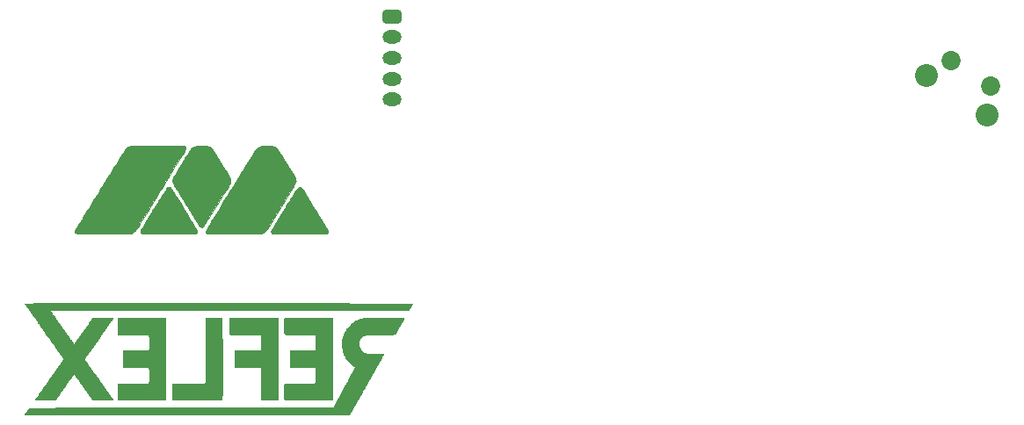
<source format=gbr>
%TF.GenerationSoftware,KiCad,Pcbnew,7.0.9*%
%TF.CreationDate,2024-02-22T06:25:05-07:00*%
%TF.ProjectId,genesis-6_controller_pcb,67656e65-7369-4732-9d36-5f636f6e7472,4a*%
%TF.SameCoordinates,Original*%
%TF.FileFunction,Soldermask,Bot*%
%TF.FilePolarity,Negative*%
%FSLAX46Y46*%
G04 Gerber Fmt 4.6, Leading zero omitted, Abs format (unit mm)*
G04 Created by KiCad (PCBNEW 7.0.9) date 2024-02-22 06:25:05*
%MOMM*%
%LPD*%
G01*
G04 APERTURE LIST*
G04 Aperture macros list*
%AMRoundRect*
0 Rectangle with rounded corners*
0 $1 Rounding radius*
0 $2 $3 $4 $5 $6 $7 $8 $9 X,Y pos of 4 corners*
0 Add a 4 corners polygon primitive as box body*
4,1,4,$2,$3,$4,$5,$6,$7,$8,$9,$2,$3,0*
0 Add four circle primitives for the rounded corners*
1,1,$1+$1,$2,$3*
1,1,$1+$1,$4,$5*
1,1,$1+$1,$6,$7*
1,1,$1+$1,$8,$9*
0 Add four rect primitives between the rounded corners*
20,1,$1+$1,$2,$3,$4,$5,0*
20,1,$1+$1,$4,$5,$6,$7,0*
20,1,$1+$1,$6,$7,$8,$9,0*
20,1,$1+$1,$8,$9,$2,$3,0*%
G04 Aperture macros list end*
%ADD10C,0.010000*%
%ADD11C,2.201600*%
%ADD12C,1.851600*%
%ADD13RoundRect,0.300800X-0.625000X0.350000X-0.625000X-0.350000X0.625000X-0.350000X0.625000X0.350000X0*%
%ADD14O,1.851600X1.301600*%
G04 APERTURE END LIST*
%TO.C,Ref\u002A\u002A*%
D10*
X116859838Y-120852138D02*
X116877100Y-120869345D01*
X116905162Y-120905153D01*
X116944879Y-120960979D01*
X116997185Y-121038294D01*
X117063016Y-121138570D01*
X117143305Y-121263278D01*
X117238989Y-121413890D01*
X117351001Y-121591878D01*
X117480278Y-121798714D01*
X117627753Y-122035868D01*
X117794362Y-122304813D01*
X117981039Y-122607020D01*
X118188720Y-122943961D01*
X118243050Y-123032222D01*
X118407137Y-123299232D01*
X118564761Y-123556390D01*
X118714486Y-123801320D01*
X118854875Y-124031643D01*
X118984492Y-124244982D01*
X119101898Y-124438960D01*
X119205658Y-124611199D01*
X119294334Y-124759322D01*
X119366490Y-124880951D01*
X119420688Y-124973708D01*
X119455493Y-125035218D01*
X119469467Y-125063101D01*
X119473906Y-125079945D01*
X119474920Y-125167787D01*
X119436568Y-125241980D01*
X119360430Y-125299108D01*
X119348237Y-125304406D01*
X119331677Y-125309383D01*
X119309015Y-125313797D01*
X119277986Y-125317675D01*
X119236326Y-125321045D01*
X119181771Y-125323933D01*
X119112055Y-125326367D01*
X119024916Y-125328373D01*
X118918088Y-125329978D01*
X118789306Y-125331211D01*
X118636307Y-125332096D01*
X118456826Y-125332662D01*
X118248598Y-125332935D01*
X118009359Y-125332943D01*
X117736845Y-125332712D01*
X117428791Y-125332270D01*
X117082933Y-125331643D01*
X116697006Y-125330858D01*
X114107642Y-125325419D01*
X114045881Y-125256293D01*
X114017103Y-125219381D01*
X113988357Y-125148725D01*
X113993663Y-125070146D01*
X114032590Y-124974464D01*
X114033437Y-124972845D01*
X114057717Y-124929905D01*
X114101817Y-124855261D01*
X114163989Y-124751739D01*
X114242484Y-124622161D01*
X114335555Y-124469352D01*
X114441452Y-124296137D01*
X114558426Y-124105340D01*
X114684731Y-123899785D01*
X114818615Y-123682296D01*
X114958333Y-123455698D01*
X115102133Y-123222815D01*
X115248269Y-122986472D01*
X115394992Y-122749492D01*
X115540552Y-122514700D01*
X115683203Y-122284920D01*
X115821194Y-122062977D01*
X115952777Y-121851695D01*
X116076204Y-121653897D01*
X116189727Y-121472409D01*
X116291596Y-121310055D01*
X116380064Y-121169659D01*
X116453381Y-121054045D01*
X116509799Y-120966038D01*
X116547570Y-120908462D01*
X116564945Y-120884141D01*
X116595948Y-120856938D01*
X116681280Y-120816573D01*
X116772288Y-120814642D01*
X116859838Y-120852138D01*
G36*
X116859838Y-120852138D02*
G01*
X116877100Y-120869345D01*
X116905162Y-120905153D01*
X116944879Y-120960979D01*
X116997185Y-121038294D01*
X117063016Y-121138570D01*
X117143305Y-121263278D01*
X117238989Y-121413890D01*
X117351001Y-121591878D01*
X117480278Y-121798714D01*
X117627753Y-122035868D01*
X117794362Y-122304813D01*
X117981039Y-122607020D01*
X118188720Y-122943961D01*
X118243050Y-123032222D01*
X118407137Y-123299232D01*
X118564761Y-123556390D01*
X118714486Y-123801320D01*
X118854875Y-124031643D01*
X118984492Y-124244982D01*
X119101898Y-124438960D01*
X119205658Y-124611199D01*
X119294334Y-124759322D01*
X119366490Y-124880951D01*
X119420688Y-124973708D01*
X119455493Y-125035218D01*
X119469467Y-125063101D01*
X119473906Y-125079945D01*
X119474920Y-125167787D01*
X119436568Y-125241980D01*
X119360430Y-125299108D01*
X119348237Y-125304406D01*
X119331677Y-125309383D01*
X119309015Y-125313797D01*
X119277986Y-125317675D01*
X119236326Y-125321045D01*
X119181771Y-125323933D01*
X119112055Y-125326367D01*
X119024916Y-125328373D01*
X118918088Y-125329978D01*
X118789306Y-125331211D01*
X118636307Y-125332096D01*
X118456826Y-125332662D01*
X118248598Y-125332935D01*
X118009359Y-125332943D01*
X117736845Y-125332712D01*
X117428791Y-125332270D01*
X117082933Y-125331643D01*
X116697006Y-125330858D01*
X114107642Y-125325419D01*
X114045881Y-125256293D01*
X114017103Y-125219381D01*
X113988357Y-125148725D01*
X113993663Y-125070146D01*
X114032590Y-124974464D01*
X114033437Y-124972845D01*
X114057717Y-124929905D01*
X114101817Y-124855261D01*
X114163989Y-124751739D01*
X114242484Y-124622161D01*
X114335555Y-124469352D01*
X114441452Y-124296137D01*
X114558426Y-124105340D01*
X114684731Y-123899785D01*
X114818615Y-123682296D01*
X114958333Y-123455698D01*
X115102133Y-123222815D01*
X115248269Y-122986472D01*
X115394992Y-122749492D01*
X115540552Y-122514700D01*
X115683203Y-122284920D01*
X115821194Y-122062977D01*
X115952777Y-121851695D01*
X116076204Y-121653897D01*
X116189727Y-121472409D01*
X116291596Y-121310055D01*
X116380064Y-121169659D01*
X116453381Y-121054045D01*
X116509799Y-120966038D01*
X116547570Y-120908462D01*
X116564945Y-120884141D01*
X116595948Y-120856938D01*
X116681280Y-120816573D01*
X116772288Y-120814642D01*
X116859838Y-120852138D01*
G37*
X129423946Y-120832460D02*
X129506106Y-120897801D01*
X129513494Y-120907146D01*
X129544598Y-120952286D01*
X129594909Y-121029145D01*
X129662694Y-121134902D01*
X129746222Y-121266741D01*
X129843760Y-121421840D01*
X129953576Y-121597382D01*
X130073936Y-121790547D01*
X130203108Y-121998516D01*
X130339361Y-122218470D01*
X130480961Y-122447591D01*
X130626176Y-122683058D01*
X130773273Y-122922053D01*
X130920521Y-123161757D01*
X131066186Y-123399351D01*
X131208536Y-123632016D01*
X131345838Y-123856933D01*
X131476361Y-124071282D01*
X131598371Y-124272245D01*
X131710136Y-124457003D01*
X131809924Y-124622736D01*
X131896002Y-124766626D01*
X131966638Y-124885853D01*
X132020099Y-124977599D01*
X132054653Y-125039044D01*
X132068566Y-125067369D01*
X132072719Y-125084265D01*
X132072843Y-125170522D01*
X132033383Y-125241977D01*
X131954192Y-125298927D01*
X131945306Y-125302930D01*
X131929555Y-125308074D01*
X131907988Y-125312658D01*
X131878323Y-125316711D01*
X131838277Y-125320268D01*
X131785567Y-125323361D01*
X131717913Y-125326021D01*
X131633030Y-125328280D01*
X131528637Y-125330172D01*
X131402452Y-125331728D01*
X131252192Y-125332981D01*
X131075575Y-125333963D01*
X130870319Y-125334706D01*
X130634141Y-125335243D01*
X130364759Y-125335605D01*
X130059891Y-125335825D01*
X129717254Y-125335936D01*
X129334566Y-125335969D01*
X129251366Y-125335971D01*
X128870214Y-125336000D01*
X128528699Y-125335987D01*
X128224585Y-125335837D01*
X127955634Y-125335456D01*
X127719609Y-125334751D01*
X127514272Y-125333626D01*
X127337387Y-125331987D01*
X127186715Y-125329739D01*
X127060020Y-125326789D01*
X126955065Y-125323041D01*
X126869611Y-125318401D01*
X126801423Y-125312776D01*
X126748262Y-125306070D01*
X126707892Y-125298189D01*
X126678075Y-125289039D01*
X126656573Y-125278525D01*
X126641150Y-125266553D01*
X126629569Y-125253028D01*
X126619591Y-125237856D01*
X126608981Y-125220943D01*
X126587503Y-125174070D01*
X126585029Y-125090991D01*
X126590684Y-125076979D01*
X126616791Y-125027450D01*
X126662462Y-124946600D01*
X126725981Y-124837230D01*
X126805630Y-124702142D01*
X126899692Y-124544138D01*
X127006448Y-124366019D01*
X127124183Y-124170587D01*
X127251177Y-123960643D01*
X127385714Y-123738989D01*
X127526076Y-123508428D01*
X127670546Y-123271760D01*
X127817407Y-123031787D01*
X127964940Y-122791310D01*
X128111428Y-122553133D01*
X128255155Y-122320055D01*
X128394402Y-122094880D01*
X128527451Y-121880407D01*
X128652587Y-121679440D01*
X128768090Y-121494780D01*
X128872244Y-121329228D01*
X128963331Y-121185587D01*
X129039634Y-121066657D01*
X129099435Y-120975240D01*
X129141017Y-120914139D01*
X129162662Y-120886154D01*
X129248612Y-120827033D01*
X129337086Y-120808836D01*
X129423946Y-120832460D01*
G36*
X129423946Y-120832460D02*
G01*
X129506106Y-120897801D01*
X129513494Y-120907146D01*
X129544598Y-120952286D01*
X129594909Y-121029145D01*
X129662694Y-121134902D01*
X129746222Y-121266741D01*
X129843760Y-121421840D01*
X129953576Y-121597382D01*
X130073936Y-121790547D01*
X130203108Y-121998516D01*
X130339361Y-122218470D01*
X130480961Y-122447591D01*
X130626176Y-122683058D01*
X130773273Y-122922053D01*
X130920521Y-123161757D01*
X131066186Y-123399351D01*
X131208536Y-123632016D01*
X131345838Y-123856933D01*
X131476361Y-124071282D01*
X131598371Y-124272245D01*
X131710136Y-124457003D01*
X131809924Y-124622736D01*
X131896002Y-124766626D01*
X131966638Y-124885853D01*
X132020099Y-124977599D01*
X132054653Y-125039044D01*
X132068566Y-125067369D01*
X132072719Y-125084265D01*
X132072843Y-125170522D01*
X132033383Y-125241977D01*
X131954192Y-125298927D01*
X131945306Y-125302930D01*
X131929555Y-125308074D01*
X131907988Y-125312658D01*
X131878323Y-125316711D01*
X131838277Y-125320268D01*
X131785567Y-125323361D01*
X131717913Y-125326021D01*
X131633030Y-125328280D01*
X131528637Y-125330172D01*
X131402452Y-125331728D01*
X131252192Y-125332981D01*
X131075575Y-125333963D01*
X130870319Y-125334706D01*
X130634141Y-125335243D01*
X130364759Y-125335605D01*
X130059891Y-125335825D01*
X129717254Y-125335936D01*
X129334566Y-125335969D01*
X129251366Y-125335971D01*
X128870214Y-125336000D01*
X128528699Y-125335987D01*
X128224585Y-125335837D01*
X127955634Y-125335456D01*
X127719609Y-125334751D01*
X127514272Y-125333626D01*
X127337387Y-125331987D01*
X127186715Y-125329739D01*
X127060020Y-125326789D01*
X126955065Y-125323041D01*
X126869611Y-125318401D01*
X126801423Y-125312776D01*
X126748262Y-125306070D01*
X126707892Y-125298189D01*
X126678075Y-125289039D01*
X126656573Y-125278525D01*
X126641150Y-125266553D01*
X126629569Y-125253028D01*
X126619591Y-125237856D01*
X126608981Y-125220943D01*
X126587503Y-125174070D01*
X126585029Y-125090991D01*
X126590684Y-125076979D01*
X126616791Y-125027450D01*
X126662462Y-124946600D01*
X126725981Y-124837230D01*
X126805630Y-124702142D01*
X126899692Y-124544138D01*
X127006448Y-124366019D01*
X127124183Y-124170587D01*
X127251177Y-123960643D01*
X127385714Y-123738989D01*
X127526076Y-123508428D01*
X127670546Y-123271760D01*
X127817407Y-123031787D01*
X127964940Y-122791310D01*
X128111428Y-122553133D01*
X128255155Y-122320055D01*
X128394402Y-122094880D01*
X128527451Y-121880407D01*
X128652587Y-121679440D01*
X128768090Y-121494780D01*
X128872244Y-121329228D01*
X128963331Y-121185587D01*
X129039634Y-121066657D01*
X129099435Y-120975240D01*
X129141017Y-120914139D01*
X129162662Y-120886154D01*
X129248612Y-120827033D01*
X129337086Y-120808836D01*
X129423946Y-120832460D01*
G37*
X114897748Y-116870486D02*
X115246023Y-116870694D01*
X115634276Y-116870962D01*
X115710863Y-116871015D01*
X116109931Y-116871427D01*
X116468634Y-116872051D01*
X116788639Y-116872904D01*
X117071615Y-116874003D01*
X117319227Y-116875366D01*
X117533143Y-116877010D01*
X117715029Y-116878952D01*
X117866554Y-116881210D01*
X117989383Y-116883800D01*
X118085185Y-116886740D01*
X118155625Y-116890047D01*
X118202372Y-116893739D01*
X118227092Y-116897833D01*
X118274111Y-116917094D01*
X118341571Y-116973688D01*
X118375288Y-117050247D01*
X118371204Y-117139958D01*
X118367281Y-117148129D01*
X118343530Y-117190025D01*
X118299442Y-117264863D01*
X118236254Y-117370629D01*
X118155200Y-117505310D01*
X118057518Y-117666892D01*
X117944443Y-117853361D01*
X117817211Y-118062704D01*
X117677058Y-118292906D01*
X117525221Y-118541955D01*
X117362934Y-118807836D01*
X117191434Y-119088536D01*
X117011958Y-119382041D01*
X116825740Y-119686338D01*
X116634018Y-119999412D01*
X116438026Y-120319250D01*
X116239001Y-120643839D01*
X116038179Y-120971164D01*
X115836796Y-121299213D01*
X115636088Y-121625970D01*
X115437290Y-121949424D01*
X115241640Y-122267559D01*
X115050372Y-122578362D01*
X114864723Y-122879820D01*
X114685928Y-123169919D01*
X114515225Y-123446645D01*
X114353848Y-123707984D01*
X114203033Y-123951924D01*
X114064017Y-124176449D01*
X113938036Y-124379547D01*
X113826326Y-124559203D01*
X113730122Y-124713405D01*
X113650660Y-124840138D01*
X113589177Y-124937388D01*
X113546909Y-125003143D01*
X113525090Y-125035388D01*
X113455872Y-125106840D01*
X113355906Y-125180975D01*
X113240673Y-125246352D01*
X113123571Y-125294333D01*
X113117878Y-125296128D01*
X113097675Y-125301846D01*
X113074535Y-125306950D01*
X113046139Y-125311470D01*
X113010172Y-125315435D01*
X112964315Y-125318877D01*
X112906250Y-125321825D01*
X112833661Y-125324309D01*
X112744231Y-125326360D01*
X112635641Y-125328008D01*
X112505574Y-125329284D01*
X112351713Y-125330217D01*
X112171741Y-125330838D01*
X111963340Y-125331177D01*
X111724193Y-125331264D01*
X111451982Y-125331130D01*
X111144390Y-125330804D01*
X110799100Y-125330318D01*
X110413794Y-125329701D01*
X107827717Y-125325419D01*
X107767960Y-125280955D01*
X107717733Y-125219295D01*
X107698013Y-125136012D01*
X107709715Y-125039510D01*
X107753181Y-124937768D01*
X107765816Y-124916843D01*
X107800376Y-124860259D01*
X107855194Y-124770804D01*
X107929212Y-124650194D01*
X108021374Y-124500147D01*
X108130624Y-124322380D01*
X108255906Y-124118610D01*
X108396162Y-123890555D01*
X108550337Y-123639933D01*
X108717373Y-123368459D01*
X108896215Y-123077853D01*
X109085807Y-122769830D01*
X109285091Y-122446109D01*
X109493011Y-122108407D01*
X109708510Y-121758441D01*
X109930533Y-121397928D01*
X110158023Y-121028585D01*
X110403907Y-120629628D01*
X110651081Y-120229051D01*
X110887186Y-119846906D01*
X111111433Y-119484454D01*
X111323035Y-119142959D01*
X111521203Y-118823682D01*
X111705150Y-118527887D01*
X111874088Y-118256835D01*
X112027228Y-118011790D01*
X112163784Y-117794013D01*
X112282966Y-117604768D01*
X112383987Y-117445317D01*
X112466060Y-117316921D01*
X112528395Y-117220845D01*
X112570206Y-117158350D01*
X112590704Y-117130699D01*
X112623592Y-117099572D01*
X112701269Y-117037245D01*
X112776287Y-116988521D01*
X112778283Y-116987433D01*
X112809956Y-116969993D01*
X112839186Y-116954357D01*
X112868332Y-116940429D01*
X112899748Y-116928111D01*
X112935793Y-116917307D01*
X112978822Y-116907920D01*
X113031191Y-116899852D01*
X113095258Y-116893007D01*
X113173380Y-116887288D01*
X113267912Y-116882598D01*
X113381211Y-116878840D01*
X113515635Y-116875917D01*
X113673539Y-116873732D01*
X113857280Y-116872188D01*
X114069215Y-116871188D01*
X114311700Y-116870636D01*
X114587092Y-116870434D01*
X114897748Y-116870486D01*
G36*
X114897748Y-116870486D02*
G01*
X115246023Y-116870694D01*
X115634276Y-116870962D01*
X115710863Y-116871015D01*
X116109931Y-116871427D01*
X116468634Y-116872051D01*
X116788639Y-116872904D01*
X117071615Y-116874003D01*
X117319227Y-116875366D01*
X117533143Y-116877010D01*
X117715029Y-116878952D01*
X117866554Y-116881210D01*
X117989383Y-116883800D01*
X118085185Y-116886740D01*
X118155625Y-116890047D01*
X118202372Y-116893739D01*
X118227092Y-116897833D01*
X118274111Y-116917094D01*
X118341571Y-116973688D01*
X118375288Y-117050247D01*
X118371204Y-117139958D01*
X118367281Y-117148129D01*
X118343530Y-117190025D01*
X118299442Y-117264863D01*
X118236254Y-117370629D01*
X118155200Y-117505310D01*
X118057518Y-117666892D01*
X117944443Y-117853361D01*
X117817211Y-118062704D01*
X117677058Y-118292906D01*
X117525221Y-118541955D01*
X117362934Y-118807836D01*
X117191434Y-119088536D01*
X117011958Y-119382041D01*
X116825740Y-119686338D01*
X116634018Y-119999412D01*
X116438026Y-120319250D01*
X116239001Y-120643839D01*
X116038179Y-120971164D01*
X115836796Y-121299213D01*
X115636088Y-121625970D01*
X115437290Y-121949424D01*
X115241640Y-122267559D01*
X115050372Y-122578362D01*
X114864723Y-122879820D01*
X114685928Y-123169919D01*
X114515225Y-123446645D01*
X114353848Y-123707984D01*
X114203033Y-123951924D01*
X114064017Y-124176449D01*
X113938036Y-124379547D01*
X113826326Y-124559203D01*
X113730122Y-124713405D01*
X113650660Y-124840138D01*
X113589177Y-124937388D01*
X113546909Y-125003143D01*
X113525090Y-125035388D01*
X113455872Y-125106840D01*
X113355906Y-125180975D01*
X113240673Y-125246352D01*
X113123571Y-125294333D01*
X113117878Y-125296128D01*
X113097675Y-125301846D01*
X113074535Y-125306950D01*
X113046139Y-125311470D01*
X113010172Y-125315435D01*
X112964315Y-125318877D01*
X112906250Y-125321825D01*
X112833661Y-125324309D01*
X112744231Y-125326360D01*
X112635641Y-125328008D01*
X112505574Y-125329284D01*
X112351713Y-125330217D01*
X112171741Y-125330838D01*
X111963340Y-125331177D01*
X111724193Y-125331264D01*
X111451982Y-125331130D01*
X111144390Y-125330804D01*
X110799100Y-125330318D01*
X110413794Y-125329701D01*
X107827717Y-125325419D01*
X107767960Y-125280955D01*
X107717733Y-125219295D01*
X107698013Y-125136012D01*
X107709715Y-125039510D01*
X107753181Y-124937768D01*
X107765816Y-124916843D01*
X107800376Y-124860259D01*
X107855194Y-124770804D01*
X107929212Y-124650194D01*
X108021374Y-124500147D01*
X108130624Y-124322380D01*
X108255906Y-124118610D01*
X108396162Y-123890555D01*
X108550337Y-123639933D01*
X108717373Y-123368459D01*
X108896215Y-123077853D01*
X109085807Y-122769830D01*
X109285091Y-122446109D01*
X109493011Y-122108407D01*
X109708510Y-121758441D01*
X109930533Y-121397928D01*
X110158023Y-121028585D01*
X110403907Y-120629628D01*
X110651081Y-120229051D01*
X110887186Y-119846906D01*
X111111433Y-119484454D01*
X111323035Y-119142959D01*
X111521203Y-118823682D01*
X111705150Y-118527887D01*
X111874088Y-118256835D01*
X112027228Y-118011790D01*
X112163784Y-117794013D01*
X112282966Y-117604768D01*
X112383987Y-117445317D01*
X112466060Y-117316921D01*
X112528395Y-117220845D01*
X112570206Y-117158350D01*
X112590704Y-117130699D01*
X112623592Y-117099572D01*
X112701269Y-117037245D01*
X112776287Y-116988521D01*
X112778283Y-116987433D01*
X112809956Y-116969993D01*
X112839186Y-116954357D01*
X112868332Y-116940429D01*
X112899748Y-116928111D01*
X112935793Y-116917307D01*
X112978822Y-116907920D01*
X113031191Y-116899852D01*
X113095258Y-116893007D01*
X113173380Y-116887288D01*
X113267912Y-116882598D01*
X113381211Y-116878840D01*
X113515635Y-116875917D01*
X113673539Y-116873732D01*
X113857280Y-116872188D01*
X114069215Y-116871188D01*
X114311700Y-116870636D01*
X114587092Y-116870434D01*
X114897748Y-116870486D01*
G37*
X120216634Y-116874701D02*
X120331517Y-116881962D01*
X120426051Y-116894239D01*
X120506454Y-116912217D01*
X120578948Y-116936578D01*
X120649752Y-116968006D01*
X120677630Y-116981977D01*
X120717723Y-117004220D01*
X120756235Y-117029705D01*
X120794980Y-117060963D01*
X120835777Y-117100524D01*
X120880441Y-117150922D01*
X120930788Y-117214686D01*
X120988636Y-117294348D01*
X121055801Y-117392440D01*
X121134100Y-117511492D01*
X121225349Y-117654035D01*
X121331364Y-117822602D01*
X121453962Y-118019723D01*
X121594960Y-118247929D01*
X121756173Y-118509752D01*
X121856445Y-118672849D01*
X121984732Y-118881818D01*
X122106095Y-119079845D01*
X122218622Y-119263792D01*
X122320401Y-119430524D01*
X122409520Y-119576903D01*
X122484069Y-119699794D01*
X122542135Y-119796059D01*
X122581806Y-119862563D01*
X122601172Y-119896169D01*
X122617837Y-119929595D01*
X122635502Y-119977720D01*
X122645829Y-120033383D01*
X122650668Y-120108171D01*
X122651870Y-120213669D01*
X122651565Y-120272647D01*
X122648538Y-120362105D01*
X122640863Y-120426315D01*
X122626825Y-120476559D01*
X122604711Y-120524120D01*
X122603569Y-120526244D01*
X122574919Y-120576615D01*
X122526803Y-120658015D01*
X122460957Y-120767650D01*
X122379115Y-120902722D01*
X122283010Y-121060437D01*
X122174378Y-121237998D01*
X122054953Y-121432609D01*
X121926468Y-121641476D01*
X121790659Y-121861800D01*
X121649259Y-122090788D01*
X121504003Y-122325643D01*
X121356625Y-122563569D01*
X121208859Y-122801770D01*
X121062441Y-123037451D01*
X120919103Y-123267815D01*
X120780581Y-123490067D01*
X120648608Y-123701410D01*
X120524919Y-123899050D01*
X120411248Y-124080190D01*
X120309330Y-124242033D01*
X120220899Y-124381786D01*
X120147689Y-124496650D01*
X120091435Y-124583831D01*
X120053870Y-124640533D01*
X120036729Y-124663960D01*
X120034374Y-124666103D01*
X119953185Y-124712443D01*
X119859964Y-124720812D01*
X119762669Y-124690443D01*
X119755334Y-124686683D01*
X119746219Y-124681476D01*
X119736435Y-124674208D01*
X119724850Y-124663091D01*
X119710330Y-124646336D01*
X119691740Y-124622155D01*
X119667947Y-124588759D01*
X119637818Y-124544360D01*
X119600219Y-124487169D01*
X119554017Y-124415399D01*
X119498077Y-124327260D01*
X119431266Y-124220964D01*
X119352451Y-124094723D01*
X119260498Y-123946749D01*
X119154273Y-123775252D01*
X119032643Y-123578445D01*
X118894474Y-123354539D01*
X118738632Y-123101745D01*
X118563984Y-122818276D01*
X118369397Y-122502343D01*
X118153735Y-122152157D01*
X118069011Y-122014567D01*
X117901784Y-121742771D01*
X117754884Y-121503459D01*
X117626996Y-121294221D01*
X117516802Y-121112645D01*
X117422988Y-120956319D01*
X117344236Y-120822833D01*
X117279231Y-120709774D01*
X117226656Y-120614733D01*
X117185196Y-120535298D01*
X117153534Y-120469057D01*
X117130355Y-120413599D01*
X117114341Y-120366514D01*
X117104176Y-120325389D01*
X117098546Y-120287814D01*
X117096132Y-120251378D01*
X117095620Y-120213669D01*
X117095621Y-120212785D01*
X117096304Y-120171685D01*
X117099274Y-120132009D01*
X117105958Y-120091083D01*
X117117785Y-120046237D01*
X117136186Y-119994797D01*
X117162588Y-119934092D01*
X117198422Y-119861448D01*
X117245115Y-119774195D01*
X117304098Y-119669659D01*
X117376799Y-119545169D01*
X117464647Y-119398052D01*
X117569072Y-119225636D01*
X117691502Y-119025249D01*
X117833366Y-118794217D01*
X117996095Y-118529870D01*
X118106131Y-118351300D01*
X118250492Y-118117370D01*
X118375571Y-117915293D01*
X118483033Y-117742532D01*
X118574546Y-117596547D01*
X118651775Y-117474802D01*
X118716387Y-117374759D01*
X118770048Y-117293878D01*
X118814426Y-117229623D01*
X118851186Y-117179454D01*
X118881996Y-117140834D01*
X118908521Y-117111226D01*
X118932428Y-117088090D01*
X118955383Y-117068889D01*
X118978870Y-117050631D01*
X119048773Y-116999786D01*
X119114593Y-116960239D01*
X119182960Y-116930453D01*
X119260505Y-116908889D01*
X119353859Y-116894008D01*
X119469651Y-116884274D01*
X119614513Y-116878146D01*
X119795074Y-116874088D01*
X119900933Y-116872493D01*
X120075179Y-116871772D01*
X120216634Y-116874701D01*
G36*
X120216634Y-116874701D02*
G01*
X120331517Y-116881962D01*
X120426051Y-116894239D01*
X120506454Y-116912217D01*
X120578948Y-116936578D01*
X120649752Y-116968006D01*
X120677630Y-116981977D01*
X120717723Y-117004220D01*
X120756235Y-117029705D01*
X120794980Y-117060963D01*
X120835777Y-117100524D01*
X120880441Y-117150922D01*
X120930788Y-117214686D01*
X120988636Y-117294348D01*
X121055801Y-117392440D01*
X121134100Y-117511492D01*
X121225349Y-117654035D01*
X121331364Y-117822602D01*
X121453962Y-118019723D01*
X121594960Y-118247929D01*
X121756173Y-118509752D01*
X121856445Y-118672849D01*
X121984732Y-118881818D01*
X122106095Y-119079845D01*
X122218622Y-119263792D01*
X122320401Y-119430524D01*
X122409520Y-119576903D01*
X122484069Y-119699794D01*
X122542135Y-119796059D01*
X122581806Y-119862563D01*
X122601172Y-119896169D01*
X122617837Y-119929595D01*
X122635502Y-119977720D01*
X122645829Y-120033383D01*
X122650668Y-120108171D01*
X122651870Y-120213669D01*
X122651565Y-120272647D01*
X122648538Y-120362105D01*
X122640863Y-120426315D01*
X122626825Y-120476559D01*
X122604711Y-120524120D01*
X122603569Y-120526244D01*
X122574919Y-120576615D01*
X122526803Y-120658015D01*
X122460957Y-120767650D01*
X122379115Y-120902722D01*
X122283010Y-121060437D01*
X122174378Y-121237998D01*
X122054953Y-121432609D01*
X121926468Y-121641476D01*
X121790659Y-121861800D01*
X121649259Y-122090788D01*
X121504003Y-122325643D01*
X121356625Y-122563569D01*
X121208859Y-122801770D01*
X121062441Y-123037451D01*
X120919103Y-123267815D01*
X120780581Y-123490067D01*
X120648608Y-123701410D01*
X120524919Y-123899050D01*
X120411248Y-124080190D01*
X120309330Y-124242033D01*
X120220899Y-124381786D01*
X120147689Y-124496650D01*
X120091435Y-124583831D01*
X120053870Y-124640533D01*
X120036729Y-124663960D01*
X120034374Y-124666103D01*
X119953185Y-124712443D01*
X119859964Y-124720812D01*
X119762669Y-124690443D01*
X119755334Y-124686683D01*
X119746219Y-124681476D01*
X119736435Y-124674208D01*
X119724850Y-124663091D01*
X119710330Y-124646336D01*
X119691740Y-124622155D01*
X119667947Y-124588759D01*
X119637818Y-124544360D01*
X119600219Y-124487169D01*
X119554017Y-124415399D01*
X119498077Y-124327260D01*
X119431266Y-124220964D01*
X119352451Y-124094723D01*
X119260498Y-123946749D01*
X119154273Y-123775252D01*
X119032643Y-123578445D01*
X118894474Y-123354539D01*
X118738632Y-123101745D01*
X118563984Y-122818276D01*
X118369397Y-122502343D01*
X118153735Y-122152157D01*
X118069011Y-122014567D01*
X117901784Y-121742771D01*
X117754884Y-121503459D01*
X117626996Y-121294221D01*
X117516802Y-121112645D01*
X117422988Y-120956319D01*
X117344236Y-120822833D01*
X117279231Y-120709774D01*
X117226656Y-120614733D01*
X117185196Y-120535298D01*
X117153534Y-120469057D01*
X117130355Y-120413599D01*
X117114341Y-120366514D01*
X117104176Y-120325389D01*
X117098546Y-120287814D01*
X117096132Y-120251378D01*
X117095620Y-120213669D01*
X117095621Y-120212785D01*
X117096304Y-120171685D01*
X117099274Y-120132009D01*
X117105958Y-120091083D01*
X117117785Y-120046237D01*
X117136186Y-119994797D01*
X117162588Y-119934092D01*
X117198422Y-119861448D01*
X117245115Y-119774195D01*
X117304098Y-119669659D01*
X117376799Y-119545169D01*
X117464647Y-119398052D01*
X117569072Y-119225636D01*
X117691502Y-119025249D01*
X117833366Y-118794217D01*
X117996095Y-118529870D01*
X118106131Y-118351300D01*
X118250492Y-118117370D01*
X118375571Y-117915293D01*
X118483033Y-117742532D01*
X118574546Y-117596547D01*
X118651775Y-117474802D01*
X118716387Y-117374759D01*
X118770048Y-117293878D01*
X118814426Y-117229623D01*
X118851186Y-117179454D01*
X118881996Y-117140834D01*
X118908521Y-117111226D01*
X118932428Y-117088090D01*
X118955383Y-117068889D01*
X118978870Y-117050631D01*
X119048773Y-116999786D01*
X119114593Y-116960239D01*
X119182960Y-116930453D01*
X119260505Y-116908889D01*
X119353859Y-116894008D01*
X119469651Y-116884274D01*
X119614513Y-116878146D01*
X119795074Y-116874088D01*
X119900933Y-116872493D01*
X120075179Y-116871772D01*
X120216634Y-116874701D01*
G37*
X126311192Y-116870845D02*
X126449107Y-116873654D01*
X126570789Y-116878322D01*
X126667550Y-116884828D01*
X126730704Y-116893153D01*
X126792091Y-116909067D01*
X126930331Y-116962767D01*
X127060644Y-117035282D01*
X127165833Y-117117734D01*
X127174472Y-117127506D01*
X127209540Y-117175106D01*
X127264373Y-117255633D01*
X127337493Y-117366770D01*
X127427421Y-117506200D01*
X127532679Y-117671605D01*
X127651789Y-117860669D01*
X127783272Y-118071074D01*
X127925650Y-118300504D01*
X128077445Y-118546641D01*
X128201973Y-118749263D01*
X128348156Y-118987634D01*
X128474558Y-119194719D01*
X128582612Y-119373196D01*
X128673751Y-119525740D01*
X128749408Y-119655027D01*
X128811018Y-119763734D01*
X128860011Y-119854538D01*
X128897823Y-119930114D01*
X128925885Y-119993139D01*
X128945632Y-120046289D01*
X128958495Y-120092241D01*
X128965909Y-120133671D01*
X128969307Y-120173254D01*
X128970120Y-120213669D01*
X128970075Y-120227091D01*
X128969227Y-120257867D01*
X128966428Y-120288771D01*
X128960554Y-120321799D01*
X128950480Y-120358947D01*
X128935081Y-120402211D01*
X128913231Y-120453584D01*
X128883806Y-120515064D01*
X128845680Y-120588644D01*
X128797730Y-120676321D01*
X128738829Y-120780090D01*
X128667853Y-120901946D01*
X128583677Y-121043885D01*
X128485175Y-121207902D01*
X128371224Y-121395992D01*
X128240697Y-121610150D01*
X128092471Y-121852373D01*
X127925419Y-122124654D01*
X127738417Y-122428991D01*
X127530340Y-122767377D01*
X127508526Y-122802844D01*
X127288940Y-123159526D01*
X127090362Y-123481406D01*
X126911972Y-123769783D01*
X126752948Y-124025956D01*
X126612470Y-124251223D01*
X126489715Y-124446885D01*
X126383863Y-124614240D01*
X126294092Y-124754586D01*
X126219581Y-124869224D01*
X126159508Y-124959453D01*
X126113053Y-125026570D01*
X126079394Y-125071876D01*
X126057709Y-125096670D01*
X126001315Y-125143811D01*
X125890622Y-125216965D01*
X125771638Y-125277470D01*
X125662164Y-125315478D01*
X125644554Y-125317005D01*
X125585729Y-125319059D01*
X125489196Y-125321057D01*
X125357625Y-125322980D01*
X125193686Y-125324809D01*
X125000052Y-125326527D01*
X124779393Y-125328113D01*
X124534379Y-125329549D01*
X124267683Y-125330818D01*
X123981974Y-125331899D01*
X123679923Y-125332775D01*
X123364203Y-125333427D01*
X123037482Y-125333835D01*
X123017172Y-125333852D01*
X122628354Y-125334193D01*
X122279541Y-125334457D01*
X121968515Y-125334562D01*
X121693057Y-125334422D01*
X121450948Y-125333953D01*
X121239971Y-125333069D01*
X121057906Y-125331685D01*
X120902535Y-125329718D01*
X120771641Y-125327082D01*
X120663003Y-125323693D01*
X120574404Y-125319465D01*
X120503625Y-125314315D01*
X120448449Y-125308156D01*
X120406655Y-125300905D01*
X120376026Y-125292476D01*
X120354343Y-125282786D01*
X120339388Y-125271748D01*
X120328943Y-125259278D01*
X120320788Y-125245292D01*
X120312706Y-125229705D01*
X120307961Y-125221157D01*
X120300494Y-125207866D01*
X120294302Y-125194522D01*
X120290222Y-125179683D01*
X120289090Y-125161910D01*
X120291740Y-125139763D01*
X120299010Y-125111800D01*
X120311735Y-125076581D01*
X120330751Y-125032667D01*
X120356893Y-124978616D01*
X120390998Y-124912989D01*
X120433902Y-124834346D01*
X120486440Y-124741245D01*
X120549449Y-124632246D01*
X120623764Y-124505910D01*
X120710222Y-124360796D01*
X120809657Y-124195463D01*
X120922907Y-124008472D01*
X121050806Y-123798382D01*
X121194191Y-123563752D01*
X121353898Y-123303142D01*
X121530762Y-123015112D01*
X121725621Y-122698222D01*
X121939308Y-122351032D01*
X122172661Y-121972100D01*
X122426515Y-121559987D01*
X122701706Y-121113252D01*
X122725445Y-121074715D01*
X122985908Y-120652153D01*
X123235736Y-120247322D01*
X123474165Y-119861447D01*
X123700431Y-119495754D01*
X123913769Y-119151467D01*
X124113414Y-118829812D01*
X124298603Y-118532013D01*
X124468571Y-118259295D01*
X124622554Y-118012884D01*
X124759787Y-117794005D01*
X124879506Y-117603882D01*
X124980947Y-117443740D01*
X125063345Y-117314806D01*
X125125935Y-117218302D01*
X125167955Y-117155456D01*
X125188638Y-117127491D01*
X125243317Y-117077913D01*
X125365354Y-116996262D01*
X125504473Y-116931036D01*
X125644551Y-116890614D01*
X125682182Y-116885397D01*
X125770951Y-116878606D01*
X125886924Y-116873776D01*
X126021413Y-116870886D01*
X126165732Y-116869916D01*
X126311192Y-116870845D01*
G36*
X126311192Y-116870845D02*
G01*
X126449107Y-116873654D01*
X126570789Y-116878322D01*
X126667550Y-116884828D01*
X126730704Y-116893153D01*
X126792091Y-116909067D01*
X126930331Y-116962767D01*
X127060644Y-117035282D01*
X127165833Y-117117734D01*
X127174472Y-117127506D01*
X127209540Y-117175106D01*
X127264373Y-117255633D01*
X127337493Y-117366770D01*
X127427421Y-117506200D01*
X127532679Y-117671605D01*
X127651789Y-117860669D01*
X127783272Y-118071074D01*
X127925650Y-118300504D01*
X128077445Y-118546641D01*
X128201973Y-118749263D01*
X128348156Y-118987634D01*
X128474558Y-119194719D01*
X128582612Y-119373196D01*
X128673751Y-119525740D01*
X128749408Y-119655027D01*
X128811018Y-119763734D01*
X128860011Y-119854538D01*
X128897823Y-119930114D01*
X128925885Y-119993139D01*
X128945632Y-120046289D01*
X128958495Y-120092241D01*
X128965909Y-120133671D01*
X128969307Y-120173254D01*
X128970120Y-120213669D01*
X128970075Y-120227091D01*
X128969227Y-120257867D01*
X128966428Y-120288771D01*
X128960554Y-120321799D01*
X128950480Y-120358947D01*
X128935081Y-120402211D01*
X128913231Y-120453584D01*
X128883806Y-120515064D01*
X128845680Y-120588644D01*
X128797730Y-120676321D01*
X128738829Y-120780090D01*
X128667853Y-120901946D01*
X128583677Y-121043885D01*
X128485175Y-121207902D01*
X128371224Y-121395992D01*
X128240697Y-121610150D01*
X128092471Y-121852373D01*
X127925419Y-122124654D01*
X127738417Y-122428991D01*
X127530340Y-122767377D01*
X127508526Y-122802844D01*
X127288940Y-123159526D01*
X127090362Y-123481406D01*
X126911972Y-123769783D01*
X126752948Y-124025956D01*
X126612470Y-124251223D01*
X126489715Y-124446885D01*
X126383863Y-124614240D01*
X126294092Y-124754586D01*
X126219581Y-124869224D01*
X126159508Y-124959453D01*
X126113053Y-125026570D01*
X126079394Y-125071876D01*
X126057709Y-125096670D01*
X126001315Y-125143811D01*
X125890622Y-125216965D01*
X125771638Y-125277470D01*
X125662164Y-125315478D01*
X125644554Y-125317005D01*
X125585729Y-125319059D01*
X125489196Y-125321057D01*
X125357625Y-125322980D01*
X125193686Y-125324809D01*
X125000052Y-125326527D01*
X124779393Y-125328113D01*
X124534379Y-125329549D01*
X124267683Y-125330818D01*
X123981974Y-125331899D01*
X123679923Y-125332775D01*
X123364203Y-125333427D01*
X123037482Y-125333835D01*
X123017172Y-125333852D01*
X122628354Y-125334193D01*
X122279541Y-125334457D01*
X121968515Y-125334562D01*
X121693057Y-125334422D01*
X121450948Y-125333953D01*
X121239971Y-125333069D01*
X121057906Y-125331685D01*
X120902535Y-125329718D01*
X120771641Y-125327082D01*
X120663003Y-125323693D01*
X120574404Y-125319465D01*
X120503625Y-125314315D01*
X120448449Y-125308156D01*
X120406655Y-125300905D01*
X120376026Y-125292476D01*
X120354343Y-125282786D01*
X120339388Y-125271748D01*
X120328943Y-125259278D01*
X120320788Y-125245292D01*
X120312706Y-125229705D01*
X120307961Y-125221157D01*
X120300494Y-125207866D01*
X120294302Y-125194522D01*
X120290222Y-125179683D01*
X120289090Y-125161910D01*
X120291740Y-125139763D01*
X120299010Y-125111800D01*
X120311735Y-125076581D01*
X120330751Y-125032667D01*
X120356893Y-124978616D01*
X120390998Y-124912989D01*
X120433902Y-124834346D01*
X120486440Y-124741245D01*
X120549449Y-124632246D01*
X120623764Y-124505910D01*
X120710222Y-124360796D01*
X120809657Y-124195463D01*
X120922907Y-124008472D01*
X121050806Y-123798382D01*
X121194191Y-123563752D01*
X121353898Y-123303142D01*
X121530762Y-123015112D01*
X121725621Y-122698222D01*
X121939308Y-122351032D01*
X122172661Y-121972100D01*
X122426515Y-121559987D01*
X122701706Y-121113252D01*
X122725445Y-121074715D01*
X122985908Y-120652153D01*
X123235736Y-120247322D01*
X123474165Y-119861447D01*
X123700431Y-119495754D01*
X123913769Y-119151467D01*
X124113414Y-118829812D01*
X124298603Y-118532013D01*
X124468571Y-118259295D01*
X124622554Y-118012884D01*
X124759787Y-117794005D01*
X124879506Y-117603882D01*
X124980947Y-117443740D01*
X125063345Y-117314806D01*
X125125935Y-117218302D01*
X125167955Y-117155456D01*
X125188638Y-117127491D01*
X125243317Y-117077913D01*
X125365354Y-116996262D01*
X125504473Y-116931036D01*
X125644551Y-116890614D01*
X125682182Y-116885397D01*
X125770951Y-116878606D01*
X125886924Y-116873776D01*
X126021413Y-116870886D01*
X126165732Y-116869916D01*
X126311192Y-116870845D01*
G37*
X127197520Y-141365001D02*
X126419645Y-141359449D01*
X125641770Y-141353896D01*
X125631187Y-139776980D01*
X125620604Y-138200063D01*
X124334729Y-138194607D01*
X123048854Y-138189152D01*
X123048854Y-136623146D01*
X124313562Y-136622822D01*
X124532674Y-136622510D01*
X124748904Y-136621677D01*
X124949192Y-136620374D01*
X125129767Y-136618653D01*
X125286859Y-136616564D01*
X125416698Y-136614156D01*
X125515514Y-136611482D01*
X125579537Y-136608590D01*
X125604997Y-136605532D01*
X125611014Y-136595886D01*
X125617015Y-136567181D01*
X125621583Y-136516674D01*
X125624812Y-136440945D01*
X125626792Y-136336573D01*
X125627617Y-136200138D01*
X125627376Y-136028220D01*
X125626164Y-135817398D01*
X125620604Y-135046230D01*
X124097766Y-135040797D01*
X123808649Y-135039629D01*
X123542293Y-135038214D01*
X123313658Y-135036564D01*
X123120374Y-135034631D01*
X122960072Y-135032364D01*
X122830383Y-135029717D01*
X122728938Y-135026639D01*
X122653368Y-135023082D01*
X122601304Y-135018996D01*
X122570376Y-135014334D01*
X122558215Y-135009047D01*
X122557528Y-135007357D01*
X122553726Y-134974153D01*
X122550396Y-134905554D01*
X122547557Y-134807493D01*
X122545226Y-134685906D01*
X122543420Y-134546727D01*
X122542157Y-134395890D01*
X122541454Y-134239329D01*
X122541330Y-134082979D01*
X122541800Y-133932774D01*
X122542884Y-133794648D01*
X122544599Y-133674536D01*
X122546962Y-133578373D01*
X122549990Y-133512092D01*
X122553702Y-133481627D01*
X122554454Y-133480158D01*
X122561078Y-133475039D01*
X122575459Y-133470490D01*
X122599900Y-133466478D01*
X122636707Y-133462971D01*
X122688186Y-133459934D01*
X122756641Y-133457336D01*
X122844378Y-133455143D01*
X122953702Y-133453321D01*
X123086917Y-133451837D01*
X123246330Y-133450659D01*
X123434245Y-133449753D01*
X123652967Y-133449086D01*
X123904803Y-133448625D01*
X124192055Y-133448337D01*
X124517031Y-133448188D01*
X124882035Y-133448146D01*
X127197520Y-133448146D01*
X127197520Y-141365001D01*
G36*
X127197520Y-141365001D02*
G01*
X126419645Y-141359449D01*
X125641770Y-141353896D01*
X125631187Y-139776980D01*
X125620604Y-138200063D01*
X124334729Y-138194607D01*
X123048854Y-138189152D01*
X123048854Y-136623146D01*
X124313562Y-136622822D01*
X124532674Y-136622510D01*
X124748904Y-136621677D01*
X124949192Y-136620374D01*
X125129767Y-136618653D01*
X125286859Y-136616564D01*
X125416698Y-136614156D01*
X125515514Y-136611482D01*
X125579537Y-136608590D01*
X125604997Y-136605532D01*
X125611014Y-136595886D01*
X125617015Y-136567181D01*
X125621583Y-136516674D01*
X125624812Y-136440945D01*
X125626792Y-136336573D01*
X125627617Y-136200138D01*
X125627376Y-136028220D01*
X125626164Y-135817398D01*
X125620604Y-135046230D01*
X124097766Y-135040797D01*
X123808649Y-135039629D01*
X123542293Y-135038214D01*
X123313658Y-135036564D01*
X123120374Y-135034631D01*
X122960072Y-135032364D01*
X122830383Y-135029717D01*
X122728938Y-135026639D01*
X122653368Y-135023082D01*
X122601304Y-135018996D01*
X122570376Y-135014334D01*
X122558215Y-135009047D01*
X122557528Y-135007357D01*
X122553726Y-134974153D01*
X122550396Y-134905554D01*
X122547557Y-134807493D01*
X122545226Y-134685906D01*
X122543420Y-134546727D01*
X122542157Y-134395890D01*
X122541454Y-134239329D01*
X122541330Y-134082979D01*
X122541800Y-133932774D01*
X122542884Y-133794648D01*
X122544599Y-133674536D01*
X122546962Y-133578373D01*
X122549990Y-133512092D01*
X122553702Y-133481627D01*
X122554454Y-133480158D01*
X122561078Y-133475039D01*
X122575459Y-133470490D01*
X122599900Y-133466478D01*
X122636707Y-133462971D01*
X122688186Y-133459934D01*
X122756641Y-133457336D01*
X122844378Y-133455143D01*
X122953702Y-133453321D01*
X123086917Y-133451837D01*
X123246330Y-133450659D01*
X123434245Y-133449753D01*
X123652967Y-133449086D01*
X123904803Y-133448625D01*
X124192055Y-133448337D01*
X124517031Y-133448188D01*
X124882035Y-133448146D01*
X127197520Y-133448146D01*
X127197520Y-141365001D01*
G37*
X121075062Y-133453177D02*
X121852937Y-133458730D01*
X121858368Y-137385146D01*
X121858789Y-137715019D01*
X121859198Y-138110827D01*
X121859490Y-138493694D01*
X121859667Y-138861519D01*
X121859732Y-139212203D01*
X121859687Y-139543647D01*
X121859535Y-139853752D01*
X121859278Y-140140418D01*
X121858919Y-140401545D01*
X121858459Y-140635036D01*
X121857902Y-140838789D01*
X121857250Y-141010705D01*
X121856505Y-141148686D01*
X121855671Y-141250632D01*
X121854748Y-141314444D01*
X121853740Y-141338021D01*
X121844453Y-141342230D01*
X121818263Y-141346044D01*
X121773235Y-141349428D01*
X121707410Y-141352403D01*
X121618831Y-141354992D01*
X121505539Y-141357215D01*
X121365577Y-141359095D01*
X121196987Y-141360655D01*
X120997811Y-141361914D01*
X120766091Y-141362896D01*
X120499869Y-141363621D01*
X120197188Y-141364113D01*
X119856090Y-141364391D01*
X119474616Y-141364480D01*
X119300151Y-141364471D01*
X118949371Y-141364387D01*
X118637600Y-141364184D01*
X118362561Y-141363831D01*
X118121973Y-141363296D01*
X117913559Y-141362547D01*
X117735040Y-141361551D01*
X117584136Y-141360277D01*
X117458569Y-141358692D01*
X117356060Y-141356765D01*
X117274331Y-141354464D01*
X117211101Y-141351756D01*
X117164094Y-141348610D01*
X117131029Y-141344993D01*
X117109627Y-141340873D01*
X117097611Y-141336219D01*
X117092702Y-141330998D01*
X117092582Y-141330662D01*
X117089269Y-141299847D01*
X117086467Y-141232936D01*
X117084176Y-141135962D01*
X117082395Y-141014958D01*
X117081126Y-140875956D01*
X117080368Y-140724989D01*
X117080121Y-140568091D01*
X117080385Y-140411293D01*
X117081160Y-140260629D01*
X117082447Y-140122132D01*
X117084244Y-140001833D01*
X117086552Y-139905767D01*
X117089371Y-139839965D01*
X117092702Y-139810461D01*
X117093905Y-139808191D01*
X117101819Y-139802156D01*
X117118478Y-139796944D01*
X117146683Y-139792495D01*
X117189231Y-139788749D01*
X117248921Y-139785649D01*
X117328554Y-139783135D01*
X117430927Y-139781148D01*
X117558839Y-139779628D01*
X117715090Y-139778517D01*
X117902478Y-139777756D01*
X118123803Y-139777285D01*
X118381863Y-139777046D01*
X118679457Y-139776980D01*
X118848085Y-139776973D01*
X119121507Y-139776898D01*
X119357057Y-139776680D01*
X119557609Y-139776245D01*
X119726034Y-139775518D01*
X119865205Y-139774427D01*
X119977995Y-139772898D01*
X120067276Y-139770856D01*
X120135920Y-139768229D01*
X120186800Y-139764942D01*
X120222788Y-139760922D01*
X120246758Y-139756096D01*
X120261580Y-139750388D01*
X120270129Y-139743727D01*
X120275276Y-139736038D01*
X120276758Y-139729774D01*
X120280061Y-139687243D01*
X120283067Y-139605552D01*
X120285776Y-139484412D01*
X120288193Y-139323534D01*
X120290317Y-139122630D01*
X120292152Y-138881412D01*
X120293699Y-138599592D01*
X120294960Y-138276880D01*
X120295937Y-137912990D01*
X120296633Y-137507632D01*
X120297049Y-137060518D01*
X120297187Y-136571360D01*
X120297187Y-133447625D01*
X121075062Y-133453177D01*
G36*
X121075062Y-133453177D02*
G01*
X121852937Y-133458730D01*
X121858368Y-137385146D01*
X121858789Y-137715019D01*
X121859198Y-138110827D01*
X121859490Y-138493694D01*
X121859667Y-138861519D01*
X121859732Y-139212203D01*
X121859687Y-139543647D01*
X121859535Y-139853752D01*
X121859278Y-140140418D01*
X121858919Y-140401545D01*
X121858459Y-140635036D01*
X121857902Y-140838789D01*
X121857250Y-141010705D01*
X121856505Y-141148686D01*
X121855671Y-141250632D01*
X121854748Y-141314444D01*
X121853740Y-141338021D01*
X121844453Y-141342230D01*
X121818263Y-141346044D01*
X121773235Y-141349428D01*
X121707410Y-141352403D01*
X121618831Y-141354992D01*
X121505539Y-141357215D01*
X121365577Y-141359095D01*
X121196987Y-141360655D01*
X120997811Y-141361914D01*
X120766091Y-141362896D01*
X120499869Y-141363621D01*
X120197188Y-141364113D01*
X119856090Y-141364391D01*
X119474616Y-141364480D01*
X119300151Y-141364471D01*
X118949371Y-141364387D01*
X118637600Y-141364184D01*
X118362561Y-141363831D01*
X118121973Y-141363296D01*
X117913559Y-141362547D01*
X117735040Y-141361551D01*
X117584136Y-141360277D01*
X117458569Y-141358692D01*
X117356060Y-141356765D01*
X117274331Y-141354464D01*
X117211101Y-141351756D01*
X117164094Y-141348610D01*
X117131029Y-141344993D01*
X117109627Y-141340873D01*
X117097611Y-141336219D01*
X117092702Y-141330998D01*
X117092582Y-141330662D01*
X117089269Y-141299847D01*
X117086467Y-141232936D01*
X117084176Y-141135962D01*
X117082395Y-141014958D01*
X117081126Y-140875956D01*
X117080368Y-140724989D01*
X117080121Y-140568091D01*
X117080385Y-140411293D01*
X117081160Y-140260629D01*
X117082447Y-140122132D01*
X117084244Y-140001833D01*
X117086552Y-139905767D01*
X117089371Y-139839965D01*
X117092702Y-139810461D01*
X117093905Y-139808191D01*
X117101819Y-139802156D01*
X117118478Y-139796944D01*
X117146683Y-139792495D01*
X117189231Y-139788749D01*
X117248921Y-139785649D01*
X117328554Y-139783135D01*
X117430927Y-139781148D01*
X117558839Y-139779628D01*
X117715090Y-139778517D01*
X117902478Y-139777756D01*
X118123803Y-139777285D01*
X118381863Y-139777046D01*
X118679457Y-139776980D01*
X118848085Y-139776973D01*
X119121507Y-139776898D01*
X119357057Y-139776680D01*
X119557609Y-139776245D01*
X119726034Y-139775518D01*
X119865205Y-139774427D01*
X119977995Y-139772898D01*
X120067276Y-139770856D01*
X120135920Y-139768229D01*
X120186800Y-139764942D01*
X120222788Y-139760922D01*
X120246758Y-139756096D01*
X120261580Y-139750388D01*
X120270129Y-139743727D01*
X120275276Y-139736038D01*
X120276758Y-139729774D01*
X120280061Y-139687243D01*
X120283067Y-139605552D01*
X120285776Y-139484412D01*
X120288193Y-139323534D01*
X120290317Y-139122630D01*
X120292152Y-138881412D01*
X120293699Y-138599592D01*
X120294960Y-138276880D01*
X120295937Y-137912990D01*
X120296633Y-137507632D01*
X120297049Y-137060518D01*
X120297187Y-136571360D01*
X120297187Y-133447625D01*
X121075062Y-133453177D01*
G37*
X116413104Y-133458730D02*
X116418452Y-137382910D01*
X116418540Y-137448455D01*
X116419143Y-137958792D01*
X116419536Y-138428092D01*
X116419713Y-138857510D01*
X116419671Y-139248199D01*
X116419402Y-139601314D01*
X116418901Y-139918009D01*
X116418164Y-140199438D01*
X116417185Y-140446756D01*
X116415958Y-140661116D01*
X116414478Y-140843673D01*
X116412740Y-140995581D01*
X116410738Y-141117994D01*
X116408467Y-141212067D01*
X116405921Y-141278954D01*
X116403096Y-141319808D01*
X116399985Y-141335785D01*
X116395573Y-141338632D01*
X116378572Y-141342957D01*
X116347612Y-141346792D01*
X116300509Y-141350165D01*
X116235081Y-141353102D01*
X116149146Y-141355630D01*
X116040520Y-141357777D01*
X115907021Y-141359569D01*
X115746468Y-141361035D01*
X115556676Y-141362201D01*
X115335464Y-141363093D01*
X115080650Y-141363740D01*
X114790049Y-141364169D01*
X114461481Y-141364406D01*
X114092762Y-141364480D01*
X111809354Y-141364480D01*
X111809354Y-139776980D01*
X113281829Y-139776980D01*
X113381986Y-139776953D01*
X113702750Y-139776443D01*
X113982803Y-139775291D01*
X114221914Y-139773500D01*
X114419851Y-139771072D01*
X114576384Y-139768012D01*
X114691281Y-139764322D01*
X114764312Y-139760007D01*
X114795245Y-139755068D01*
X114803963Y-139749497D01*
X114813183Y-139738574D01*
X114820456Y-139719433D01*
X114826011Y-139687808D01*
X114830080Y-139639436D01*
X114832893Y-139570052D01*
X114834680Y-139475392D01*
X114835671Y-139351192D01*
X114836096Y-139193187D01*
X114836187Y-138997114D01*
X114836171Y-138949981D01*
X114835608Y-138747708D01*
X114834161Y-138583808D01*
X114831717Y-138455007D01*
X114828164Y-138358030D01*
X114823390Y-138289603D01*
X114817282Y-138246453D01*
X114809729Y-138225305D01*
X114801852Y-138217969D01*
X114787220Y-138211429D01*
X114762817Y-138205906D01*
X114725385Y-138201293D01*
X114671669Y-138197482D01*
X114598413Y-138194365D01*
X114502361Y-138191834D01*
X114380256Y-138189783D01*
X114228842Y-138188104D01*
X114044863Y-138186688D01*
X113825064Y-138185428D01*
X113566187Y-138184218D01*
X112349104Y-138178896D01*
X112343551Y-137401021D01*
X112337999Y-136623146D01*
X113553831Y-136623146D01*
X113691295Y-136623122D01*
X113931127Y-136622901D01*
X114133504Y-136622378D01*
X114301660Y-136621468D01*
X114438827Y-136620083D01*
X114548240Y-136618138D01*
X114633132Y-136615547D01*
X114696735Y-136612223D01*
X114742282Y-136608082D01*
X114773008Y-136603035D01*
X114792144Y-136596998D01*
X114802925Y-136589884D01*
X114809874Y-136580531D01*
X114817528Y-136560211D01*
X114823571Y-136527003D01*
X114828185Y-136476698D01*
X114831551Y-136405093D01*
X114833853Y-136307980D01*
X114835271Y-136181153D01*
X114835988Y-136020407D01*
X114836187Y-135821534D01*
X114835768Y-135609827D01*
X114834441Y-135436744D01*
X114832109Y-135300185D01*
X114828675Y-135197242D01*
X114824041Y-135125008D01*
X114818111Y-135080579D01*
X114810787Y-135061046D01*
X114806917Y-135058846D01*
X114782983Y-135053933D01*
X114736761Y-135049696D01*
X114666024Y-135046098D01*
X114568545Y-135043101D01*
X114442097Y-135040667D01*
X114284453Y-135038760D01*
X114093385Y-135037342D01*
X113866667Y-135036375D01*
X113602071Y-135035822D01*
X113297370Y-135035646D01*
X111809354Y-135035646D01*
X111809354Y-133447958D01*
X116413104Y-133458730D01*
G36*
X116413104Y-133458730D02*
G01*
X116418452Y-137382910D01*
X116418540Y-137448455D01*
X116419143Y-137958792D01*
X116419536Y-138428092D01*
X116419713Y-138857510D01*
X116419671Y-139248199D01*
X116419402Y-139601314D01*
X116418901Y-139918009D01*
X116418164Y-140199438D01*
X116417185Y-140446756D01*
X116415958Y-140661116D01*
X116414478Y-140843673D01*
X116412740Y-140995581D01*
X116410738Y-141117994D01*
X116408467Y-141212067D01*
X116405921Y-141278954D01*
X116403096Y-141319808D01*
X116399985Y-141335785D01*
X116395573Y-141338632D01*
X116378572Y-141342957D01*
X116347612Y-141346792D01*
X116300509Y-141350165D01*
X116235081Y-141353102D01*
X116149146Y-141355630D01*
X116040520Y-141357777D01*
X115907021Y-141359569D01*
X115746468Y-141361035D01*
X115556676Y-141362201D01*
X115335464Y-141363093D01*
X115080650Y-141363740D01*
X114790049Y-141364169D01*
X114461481Y-141364406D01*
X114092762Y-141364480D01*
X111809354Y-141364480D01*
X111809354Y-139776980D01*
X113281829Y-139776980D01*
X113381986Y-139776953D01*
X113702750Y-139776443D01*
X113982803Y-139775291D01*
X114221914Y-139773500D01*
X114419851Y-139771072D01*
X114576384Y-139768012D01*
X114691281Y-139764322D01*
X114764312Y-139760007D01*
X114795245Y-139755068D01*
X114803963Y-139749497D01*
X114813183Y-139738574D01*
X114820456Y-139719433D01*
X114826011Y-139687808D01*
X114830080Y-139639436D01*
X114832893Y-139570052D01*
X114834680Y-139475392D01*
X114835671Y-139351192D01*
X114836096Y-139193187D01*
X114836187Y-138997114D01*
X114836171Y-138949981D01*
X114835608Y-138747708D01*
X114834161Y-138583808D01*
X114831717Y-138455007D01*
X114828164Y-138358030D01*
X114823390Y-138289603D01*
X114817282Y-138246453D01*
X114809729Y-138225305D01*
X114801852Y-138217969D01*
X114787220Y-138211429D01*
X114762817Y-138205906D01*
X114725385Y-138201293D01*
X114671669Y-138197482D01*
X114598413Y-138194365D01*
X114502361Y-138191834D01*
X114380256Y-138189783D01*
X114228842Y-138188104D01*
X114044863Y-138186688D01*
X113825064Y-138185428D01*
X113566187Y-138184218D01*
X112349104Y-138178896D01*
X112343551Y-137401021D01*
X112337999Y-136623146D01*
X113553831Y-136623146D01*
X113691295Y-136623122D01*
X113931127Y-136622901D01*
X114133504Y-136622378D01*
X114301660Y-136621468D01*
X114438827Y-136620083D01*
X114548240Y-136618138D01*
X114633132Y-136615547D01*
X114696735Y-136612223D01*
X114742282Y-136608082D01*
X114773008Y-136603035D01*
X114792144Y-136596998D01*
X114802925Y-136589884D01*
X114809874Y-136580531D01*
X114817528Y-136560211D01*
X114823571Y-136527003D01*
X114828185Y-136476698D01*
X114831551Y-136405093D01*
X114833853Y-136307980D01*
X114835271Y-136181153D01*
X114835988Y-136020407D01*
X114836187Y-135821534D01*
X114835768Y-135609827D01*
X114834441Y-135436744D01*
X114832109Y-135300185D01*
X114828675Y-135197242D01*
X114824041Y-135125008D01*
X114818111Y-135080579D01*
X114810787Y-135061046D01*
X114806917Y-135058846D01*
X114782983Y-135053933D01*
X114736761Y-135049696D01*
X114666024Y-135046098D01*
X114568545Y-135043101D01*
X114442097Y-135040667D01*
X114284453Y-135038760D01*
X114093385Y-135037342D01*
X113866667Y-135036375D01*
X113602071Y-135035822D01*
X113297370Y-135035646D01*
X111809354Y-135035646D01*
X111809354Y-133447958D01*
X116413104Y-133458730D01*
G37*
X132489187Y-137392202D02*
X132489133Y-137739163D01*
X132488935Y-138135097D01*
X132488599Y-138517900D01*
X132488132Y-138885487D01*
X132487543Y-139235771D01*
X132486838Y-139566667D01*
X132486026Y-139876089D01*
X132485112Y-140161951D01*
X132484106Y-140422166D01*
X132483014Y-140654650D01*
X132481843Y-140857315D01*
X132480602Y-141028077D01*
X132479297Y-141164849D01*
X132477936Y-141265546D01*
X132476527Y-141328081D01*
X132475076Y-141350368D01*
X132475014Y-141350417D01*
X132451343Y-141352319D01*
X132388166Y-141354146D01*
X132288244Y-141355879D01*
X132154334Y-141357502D01*
X131989196Y-141358998D01*
X131795589Y-141360350D01*
X131576271Y-141361541D01*
X131334002Y-141362553D01*
X131071540Y-141363371D01*
X130791645Y-141363975D01*
X130497074Y-141364351D01*
X130190588Y-141364480D01*
X129841684Y-141364437D01*
X129518372Y-141364281D01*
X129232793Y-141363978D01*
X128982600Y-141363493D01*
X128765450Y-141362793D01*
X128578997Y-141361845D01*
X128420897Y-141360613D01*
X128288804Y-141359065D01*
X128180374Y-141357167D01*
X128093262Y-141354884D01*
X128025123Y-141352182D01*
X127973611Y-141349029D01*
X127936383Y-141345390D01*
X127911093Y-141341231D01*
X127895397Y-141336518D01*
X127886949Y-141331218D01*
X127880000Y-141321865D01*
X127872346Y-141301545D01*
X127866303Y-141268336D01*
X127861690Y-141218032D01*
X127858323Y-141146426D01*
X127856022Y-141049313D01*
X127854603Y-140922486D01*
X127853886Y-140761740D01*
X127853687Y-140562868D01*
X127854106Y-140351160D01*
X127855433Y-140178078D01*
X127857765Y-140041518D01*
X127861200Y-139938575D01*
X127865833Y-139866342D01*
X127871764Y-139821912D01*
X127879087Y-139802380D01*
X127881547Y-139800775D01*
X127903156Y-139795735D01*
X127946874Y-139791388D01*
X128014946Y-139787697D01*
X128109620Y-139784622D01*
X128233143Y-139782127D01*
X128387763Y-139780171D01*
X128575725Y-139778717D01*
X128799279Y-139777726D01*
X129060670Y-139777160D01*
X129362145Y-139776980D01*
X129448381Y-139776959D01*
X129768780Y-139776470D01*
X130048569Y-139775332D01*
X130287503Y-139773548D01*
X130485335Y-139771122D01*
X130641822Y-139768057D01*
X130756716Y-139764358D01*
X130829772Y-139760027D01*
X130860745Y-139755068D01*
X130870150Y-139748925D01*
X130879175Y-139737624D01*
X130886293Y-139717852D01*
X130891731Y-139685377D01*
X130895713Y-139635966D01*
X130898465Y-139565386D01*
X130900213Y-139469404D01*
X130901182Y-139343787D01*
X130901599Y-139184303D01*
X130901687Y-138986718D01*
X130901686Y-138972650D01*
X130901221Y-138761092D01*
X130899861Y-138588792D01*
X130897510Y-138452856D01*
X130894072Y-138350391D01*
X130889452Y-138278502D01*
X130883556Y-138234296D01*
X130876287Y-138214880D01*
X130872888Y-138212771D01*
X130848980Y-138207358D01*
X130802100Y-138202766D01*
X130729828Y-138198945D01*
X130629745Y-138195848D01*
X130499430Y-138193424D01*
X130336463Y-138191624D01*
X130138425Y-138190400D01*
X129902895Y-138189701D01*
X129627454Y-138189480D01*
X128404020Y-138189480D01*
X128404020Y-136623146D01*
X129598559Y-136623146D01*
X129613957Y-136623145D01*
X129871320Y-136622735D01*
X130104342Y-136621621D01*
X130310453Y-136619843D01*
X130487083Y-136617446D01*
X130631662Y-136614471D01*
X130741620Y-136610960D01*
X130814387Y-136606957D01*
X130847393Y-136602503D01*
X130901687Y-136581861D01*
X130901687Y-135834153D01*
X130901685Y-135818429D01*
X130901216Y-135606977D01*
X130899852Y-135434763D01*
X130897499Y-135298895D01*
X130894060Y-135196482D01*
X130889442Y-135124631D01*
X130883550Y-135080450D01*
X130876287Y-135061046D01*
X130873732Y-135059397D01*
X130851951Y-135054366D01*
X130808049Y-135050028D01*
X130739780Y-135046343D01*
X130644899Y-135043275D01*
X130521159Y-135040784D01*
X130366317Y-135038832D01*
X130178124Y-135037381D01*
X129954337Y-135036391D01*
X129692710Y-135035826D01*
X129390996Y-135035646D01*
X129388112Y-135035646D01*
X129102755Y-135035577D01*
X128856721Y-135035327D01*
X128647025Y-135034824D01*
X128470684Y-135034000D01*
X128324716Y-135032785D01*
X128206137Y-135031109D01*
X128111964Y-135028903D01*
X128039214Y-135026096D01*
X127984904Y-135022619D01*
X127946050Y-135018402D01*
X127919669Y-135013376D01*
X127902779Y-135007470D01*
X127892396Y-135000616D01*
X127887367Y-134995645D01*
X127877968Y-134981856D01*
X127870493Y-134960429D01*
X127864723Y-134927026D01*
X127860441Y-134877311D01*
X127857427Y-134806947D01*
X127855463Y-134711597D01*
X127854331Y-134586925D01*
X127853812Y-134428593D01*
X127853687Y-134232266D01*
X127854099Y-134022733D01*
X127855421Y-133849527D01*
X127857750Y-133712869D01*
X127861183Y-133609850D01*
X127865819Y-133537562D01*
X127871755Y-133493097D01*
X127879087Y-133473546D01*
X127879636Y-133473095D01*
X127895522Y-133468923D01*
X127931748Y-133465199D01*
X127990147Y-133461905D01*
X128072551Y-133459019D01*
X128180793Y-133456523D01*
X128316707Y-133454396D01*
X128482124Y-133452617D01*
X128678877Y-133451167D01*
X128908800Y-133450026D01*
X129173725Y-133449174D01*
X129475484Y-133448589D01*
X129815911Y-133448254D01*
X130196837Y-133448146D01*
X132489187Y-133448146D01*
X132489187Y-137392202D01*
G36*
X132489187Y-137392202D02*
G01*
X132489133Y-137739163D01*
X132488935Y-138135097D01*
X132488599Y-138517900D01*
X132488132Y-138885487D01*
X132487543Y-139235771D01*
X132486838Y-139566667D01*
X132486026Y-139876089D01*
X132485112Y-140161951D01*
X132484106Y-140422166D01*
X132483014Y-140654650D01*
X132481843Y-140857315D01*
X132480602Y-141028077D01*
X132479297Y-141164849D01*
X132477936Y-141265546D01*
X132476527Y-141328081D01*
X132475076Y-141350368D01*
X132475014Y-141350417D01*
X132451343Y-141352319D01*
X132388166Y-141354146D01*
X132288244Y-141355879D01*
X132154334Y-141357502D01*
X131989196Y-141358998D01*
X131795589Y-141360350D01*
X131576271Y-141361541D01*
X131334002Y-141362553D01*
X131071540Y-141363371D01*
X130791645Y-141363975D01*
X130497074Y-141364351D01*
X130190588Y-141364480D01*
X129841684Y-141364437D01*
X129518372Y-141364281D01*
X129232793Y-141363978D01*
X128982600Y-141363493D01*
X128765450Y-141362793D01*
X128578997Y-141361845D01*
X128420897Y-141360613D01*
X128288804Y-141359065D01*
X128180374Y-141357167D01*
X128093262Y-141354884D01*
X128025123Y-141352182D01*
X127973611Y-141349029D01*
X127936383Y-141345390D01*
X127911093Y-141341231D01*
X127895397Y-141336518D01*
X127886949Y-141331218D01*
X127880000Y-141321865D01*
X127872346Y-141301545D01*
X127866303Y-141268336D01*
X127861690Y-141218032D01*
X127858323Y-141146426D01*
X127856022Y-141049313D01*
X127854603Y-140922486D01*
X127853886Y-140761740D01*
X127853687Y-140562868D01*
X127854106Y-140351160D01*
X127855433Y-140178078D01*
X127857765Y-140041518D01*
X127861200Y-139938575D01*
X127865833Y-139866342D01*
X127871764Y-139821912D01*
X127879087Y-139802380D01*
X127881547Y-139800775D01*
X127903156Y-139795735D01*
X127946874Y-139791388D01*
X128014946Y-139787697D01*
X128109620Y-139784622D01*
X128233143Y-139782127D01*
X128387763Y-139780171D01*
X128575725Y-139778717D01*
X128799279Y-139777726D01*
X129060670Y-139777160D01*
X129362145Y-139776980D01*
X129448381Y-139776959D01*
X129768780Y-139776470D01*
X130048569Y-139775332D01*
X130287503Y-139773548D01*
X130485335Y-139771122D01*
X130641822Y-139768057D01*
X130756716Y-139764358D01*
X130829772Y-139760027D01*
X130860745Y-139755068D01*
X130870150Y-139748925D01*
X130879175Y-139737624D01*
X130886293Y-139717852D01*
X130891731Y-139685377D01*
X130895713Y-139635966D01*
X130898465Y-139565386D01*
X130900213Y-139469404D01*
X130901182Y-139343787D01*
X130901599Y-139184303D01*
X130901687Y-138986718D01*
X130901686Y-138972650D01*
X130901221Y-138761092D01*
X130899861Y-138588792D01*
X130897510Y-138452856D01*
X130894072Y-138350391D01*
X130889452Y-138278502D01*
X130883556Y-138234296D01*
X130876287Y-138214880D01*
X130872888Y-138212771D01*
X130848980Y-138207358D01*
X130802100Y-138202766D01*
X130729828Y-138198945D01*
X130629745Y-138195848D01*
X130499430Y-138193424D01*
X130336463Y-138191624D01*
X130138425Y-138190400D01*
X129902895Y-138189701D01*
X129627454Y-138189480D01*
X128404020Y-138189480D01*
X128404020Y-136623146D01*
X129598559Y-136623146D01*
X129613957Y-136623145D01*
X129871320Y-136622735D01*
X130104342Y-136621621D01*
X130310453Y-136619843D01*
X130487083Y-136617446D01*
X130631662Y-136614471D01*
X130741620Y-136610960D01*
X130814387Y-136606957D01*
X130847393Y-136602503D01*
X130901687Y-136581861D01*
X130901687Y-135834153D01*
X130901685Y-135818429D01*
X130901216Y-135606977D01*
X130899852Y-135434763D01*
X130897499Y-135298895D01*
X130894060Y-135196482D01*
X130889442Y-135124631D01*
X130883550Y-135080450D01*
X130876287Y-135061046D01*
X130873732Y-135059397D01*
X130851951Y-135054366D01*
X130808049Y-135050028D01*
X130739780Y-135046343D01*
X130644899Y-135043275D01*
X130521159Y-135040784D01*
X130366317Y-135038832D01*
X130178124Y-135037381D01*
X129954337Y-135036391D01*
X129692710Y-135035826D01*
X129390996Y-135035646D01*
X129388112Y-135035646D01*
X129102755Y-135035577D01*
X128856721Y-135035327D01*
X128647025Y-135034824D01*
X128470684Y-135034000D01*
X128324716Y-135032785D01*
X128206137Y-135031109D01*
X128111964Y-135028903D01*
X128039214Y-135026096D01*
X127984904Y-135022619D01*
X127946050Y-135018402D01*
X127919669Y-135013376D01*
X127902779Y-135007470D01*
X127892396Y-135000616D01*
X127887367Y-134995645D01*
X127877968Y-134981856D01*
X127870493Y-134960429D01*
X127864723Y-134927026D01*
X127860441Y-134877311D01*
X127857427Y-134806947D01*
X127855463Y-134711597D01*
X127854331Y-134586925D01*
X127853812Y-134428593D01*
X127853687Y-134232266D01*
X127854099Y-134022733D01*
X127855421Y-133849527D01*
X127857750Y-133712869D01*
X127861183Y-133609850D01*
X127865819Y-133537562D01*
X127871755Y-133493097D01*
X127879087Y-133473546D01*
X127879636Y-133473095D01*
X127895522Y-133468923D01*
X127931748Y-133465199D01*
X127990147Y-133461905D01*
X128072551Y-133459019D01*
X128180793Y-133456523D01*
X128316707Y-133454396D01*
X128482124Y-133452617D01*
X128678877Y-133451167D01*
X128908800Y-133450026D01*
X129173725Y-133449174D01*
X129475484Y-133448589D01*
X129815911Y-133448254D01*
X130196837Y-133448146D01*
X132489187Y-133448146D01*
X132489187Y-137392202D01*
G37*
X139368354Y-133489253D02*
X139364631Y-133515015D01*
X139349258Y-133532813D01*
X139329527Y-133549462D01*
X139307807Y-133591021D01*
X139292671Y-133625554D01*
X139258171Y-133694064D01*
X139214846Y-133773835D01*
X139169619Y-133852575D01*
X139129415Y-133917997D01*
X139101155Y-133957813D01*
X139085252Y-133981622D01*
X139072020Y-134025355D01*
X139069601Y-134042207D01*
X139049548Y-134073370D01*
X139031895Y-134091005D01*
X139006861Y-134132827D01*
X138998923Y-134149536D01*
X138969838Y-134204934D01*
X138934083Y-134268355D01*
X138914224Y-134302381D01*
X138850321Y-134412692D01*
X138801669Y-134498450D01*
X138763056Y-134568949D01*
X138729267Y-134633480D01*
X138711458Y-134667188D01*
X138683426Y-134715784D01*
X138666259Y-134739525D01*
X138655734Y-134753323D01*
X138630204Y-134796694D01*
X138598427Y-134857067D01*
X138589149Y-134876349D01*
X138574882Y-134908235D01*
X138561756Y-134935501D01*
X138546667Y-134958520D01*
X138526510Y-134977666D01*
X138498179Y-134993314D01*
X138458570Y-135005835D01*
X138404577Y-135015605D01*
X138333096Y-135022997D01*
X138241021Y-135028385D01*
X138125247Y-135032142D01*
X137982670Y-135034642D01*
X137810184Y-135036259D01*
X137604684Y-135037367D01*
X137363065Y-135038339D01*
X137082223Y-135039548D01*
X135695937Y-135046230D01*
X135547770Y-135120139D01*
X135534707Y-135126703D01*
X135461638Y-135165173D01*
X135403576Y-135198542D01*
X135372105Y-135220209D01*
X135351758Y-135238258D01*
X135307369Y-135273300D01*
X135290267Y-135287912D01*
X135242141Y-135340862D01*
X135185857Y-135413154D01*
X135130029Y-135492785D01*
X135083272Y-135567750D01*
X135054202Y-135626046D01*
X135006499Y-135804767D01*
X134993896Y-135990865D01*
X135015779Y-136174527D01*
X135070576Y-136348467D01*
X135156714Y-136505401D01*
X135272622Y-136638045D01*
X135334025Y-136693283D01*
X135386607Y-136738367D01*
X135427556Y-136768944D01*
X135467383Y-136792747D01*
X135516599Y-136817507D01*
X135531274Y-136824550D01*
X135584915Y-136848560D01*
X135638004Y-136868164D01*
X135695308Y-136883805D01*
X135761590Y-136895924D01*
X135841615Y-136904965D01*
X135940149Y-136911370D01*
X136061954Y-136915582D01*
X136211797Y-136918042D01*
X136394442Y-136919194D01*
X136614653Y-136919480D01*
X136619464Y-136919480D01*
X136824106Y-136919669D01*
X136990328Y-136920325D01*
X137121959Y-136921602D01*
X137222831Y-136923652D01*
X137296773Y-136926628D01*
X137347616Y-136930683D01*
X137379191Y-136935971D01*
X137395326Y-136942645D01*
X137399854Y-136950857D01*
X137390081Y-136980762D01*
X137361696Y-137039209D01*
X137319108Y-137117395D01*
X137266753Y-137207195D01*
X137209067Y-137300480D01*
X137185703Y-137341424D01*
X137157723Y-137395730D01*
X137141750Y-137426687D01*
X137104710Y-137493854D01*
X137063356Y-137565063D01*
X137040153Y-137604612D01*
X136991918Y-137690185D01*
X136951261Y-137766146D01*
X136934219Y-137798141D01*
X136900897Y-137854646D01*
X136875979Y-137889366D01*
X136862556Y-137906187D01*
X136849520Y-137936241D01*
X136847885Y-137942422D01*
X136830232Y-137979382D01*
X136797313Y-138039084D01*
X136754270Y-138112034D01*
X136737039Y-138140809D01*
X136697151Y-138210899D01*
X136669417Y-138264807D01*
X136659020Y-138292702D01*
X136658233Y-138299939D01*
X136642494Y-138316480D01*
X136623782Y-138333352D01*
X136601455Y-138374688D01*
X136587218Y-138404912D01*
X136552925Y-138469230D01*
X136512508Y-138538730D01*
X136485114Y-138584253D01*
X136449191Y-138645578D01*
X136426193Y-138686896D01*
X136419488Y-138699598D01*
X136390608Y-138752265D01*
X136355825Y-138813896D01*
X136327169Y-138864358D01*
X136282080Y-138944582D01*
X136236960Y-139025563D01*
X136199795Y-139091672D01*
X136168596Y-139145402D01*
X136150894Y-139173730D01*
X136148640Y-139177021D01*
X136128027Y-139211575D01*
X136094812Y-139270469D01*
X136055016Y-139343063D01*
X136039927Y-139370932D01*
X135988752Y-139465087D01*
X135951550Y-139532568D01*
X135923477Y-139581935D01*
X135899689Y-139621746D01*
X135875341Y-139660563D01*
X135838506Y-139722321D01*
X135803415Y-139787563D01*
X135787322Y-139818498D01*
X135750115Y-139885673D01*
X135708689Y-139956896D01*
X135685487Y-139996446D01*
X135637251Y-140082018D01*
X135596594Y-140157980D01*
X135579552Y-140189975D01*
X135546230Y-140246479D01*
X135521312Y-140281200D01*
X135507889Y-140298021D01*
X135494854Y-140328074D01*
X135493473Y-140333597D01*
X135476447Y-140369754D01*
X135444094Y-140428822D01*
X135401596Y-140501187D01*
X135321172Y-140635748D01*
X135246168Y-140764619D01*
X135185684Y-140872368D01*
X135143874Y-140951730D01*
X135127729Y-140982728D01*
X135090451Y-141049879D01*
X135048919Y-141121063D01*
X135022640Y-141165665D01*
X134985198Y-141231853D01*
X134959928Y-141279813D01*
X134937275Y-141320373D01*
X134907726Y-141360700D01*
X134894135Y-141377636D01*
X134881020Y-141407952D01*
X134870896Y-141433400D01*
X134842558Y-141487525D01*
X134800259Y-141562613D01*
X134748253Y-141651115D01*
X134690796Y-141745480D01*
X134678994Y-141765897D01*
X134650483Y-141818361D01*
X134616562Y-141883063D01*
X134595516Y-141922952D01*
X134554951Y-141995981D01*
X134521187Y-142052396D01*
X134503917Y-142080493D01*
X134464791Y-142148733D01*
X134425464Y-142221730D01*
X134404236Y-142261727D01*
X134363520Y-142334698D01*
X134329693Y-142391063D01*
X134327095Y-142395117D01*
X134295348Y-142447214D01*
X134274092Y-142486313D01*
X134251552Y-142529593D01*
X134212723Y-142596220D01*
X134168700Y-142666874D01*
X134128049Y-142727868D01*
X134099339Y-142765513D01*
X134095659Y-142767725D01*
X134088116Y-142769871D01*
X134075842Y-142771924D01*
X134057942Y-142773886D01*
X134033521Y-142775761D01*
X134001682Y-142777549D01*
X133961532Y-142779253D01*
X133912174Y-142780875D01*
X133852713Y-142782417D01*
X133782253Y-142783882D01*
X133699901Y-142785270D01*
X133604760Y-142786586D01*
X133495935Y-142787830D01*
X133372531Y-142789005D01*
X133233652Y-142790112D01*
X133078403Y-142791155D01*
X132905889Y-142792134D01*
X132715215Y-142793053D01*
X132505485Y-142793914D01*
X132275804Y-142794717D01*
X132025277Y-142795467D01*
X131753008Y-142796164D01*
X131458102Y-142796810D01*
X131139664Y-142797409D01*
X130796799Y-142797962D01*
X130428610Y-142798471D01*
X130034204Y-142798938D01*
X129612684Y-142799366D01*
X129163156Y-142799756D01*
X128684724Y-142800111D01*
X128176493Y-142800433D01*
X127637567Y-142800723D01*
X127067051Y-142800985D01*
X126464050Y-142801220D01*
X125827669Y-142801430D01*
X125157012Y-142801617D01*
X124451184Y-142801784D01*
X123709289Y-142801932D01*
X122930434Y-142802064D01*
X122113721Y-142802182D01*
X121258256Y-142802288D01*
X120363144Y-142802384D01*
X119427489Y-142802472D01*
X118450395Y-142802555D01*
X117839810Y-142802602D01*
X116883211Y-142802664D01*
X115967530Y-142802708D01*
X115091891Y-142802732D01*
X114255417Y-142802735D01*
X113457233Y-142802714D01*
X112696463Y-142802668D01*
X111972230Y-142802595D01*
X111283660Y-142802494D01*
X110629877Y-142802362D01*
X110010003Y-142802198D01*
X109423164Y-142802000D01*
X108868484Y-142801767D01*
X108345087Y-142801497D01*
X107852096Y-142801188D01*
X107388637Y-142800838D01*
X106953832Y-142800446D01*
X106546807Y-142800010D01*
X106166685Y-142799528D01*
X105812590Y-142798998D01*
X105483648Y-142798419D01*
X105178980Y-142797789D01*
X104897713Y-142797106D01*
X104638970Y-142796369D01*
X104401875Y-142795576D01*
X104185552Y-142794725D01*
X103989125Y-142793814D01*
X103811719Y-142792842D01*
X103652457Y-142791807D01*
X103510464Y-142790707D01*
X103384864Y-142789541D01*
X103274781Y-142788306D01*
X103179339Y-142787002D01*
X103097662Y-142785626D01*
X103028874Y-142784176D01*
X102972100Y-142782651D01*
X102926463Y-142781050D01*
X102891088Y-142779370D01*
X102865099Y-142777609D01*
X102847620Y-142775767D01*
X102837774Y-142773841D01*
X102834687Y-142771829D01*
X102844116Y-142747554D01*
X102874440Y-142695435D01*
X102920704Y-142624963D01*
X102977782Y-142544288D01*
X103024938Y-142479332D01*
X103088143Y-142390811D01*
X103142461Y-142313148D01*
X103179730Y-142257919D01*
X103201138Y-142228100D01*
X103249181Y-142176294D01*
X103292013Y-142146794D01*
X103297699Y-142146179D01*
X103340936Y-142144810D01*
X103425928Y-142143485D01*
X103552272Y-142142205D01*
X103719568Y-142140971D01*
X103927412Y-142139784D01*
X104175404Y-142138643D01*
X104463140Y-142137549D01*
X104790218Y-142136503D01*
X105156238Y-142135506D01*
X105560796Y-142134558D01*
X106003490Y-142133659D01*
X106483919Y-142132811D01*
X107001680Y-142132013D01*
X107556372Y-142131266D01*
X108147591Y-142130572D01*
X108774937Y-142129929D01*
X109438008Y-142129340D01*
X110136400Y-142128804D01*
X110869712Y-142128322D01*
X111637543Y-142127895D01*
X112439489Y-142127523D01*
X113275149Y-142127206D01*
X114144121Y-142126946D01*
X115046002Y-142126743D01*
X115980391Y-142126597D01*
X116946886Y-142126509D01*
X117945085Y-142126480D01*
X132544726Y-142126480D01*
X132585748Y-142068271D01*
X132587869Y-142065209D01*
X132618850Y-142014707D01*
X132659234Y-141942056D01*
X132700854Y-141861896D01*
X132709090Y-141845509D01*
X132744668Y-141776708D01*
X132772528Y-141725918D01*
X132787225Y-141703146D01*
X132796487Y-141689948D01*
X132820377Y-141646948D01*
X132850706Y-141586730D01*
X132872190Y-141543276D01*
X132898088Y-141493852D01*
X132912501Y-141470313D01*
X132926570Y-141447970D01*
X132953913Y-141398457D01*
X132988443Y-141332730D01*
X133015381Y-141280716D01*
X133081084Y-141156306D01*
X133145773Y-141036813D01*
X133203463Y-140933212D01*
X133248168Y-140856480D01*
X133256826Y-140842066D01*
X133286546Y-140790138D01*
X133303922Y-140755938D01*
X133321584Y-140714163D01*
X133340704Y-140674318D01*
X133367774Y-140623775D01*
X133409425Y-140549563D01*
X133445662Y-140484661D01*
X133492702Y-140398380D01*
X133530270Y-140327313D01*
X133548051Y-140293359D01*
X133574769Y-140245011D01*
X133589834Y-140221480D01*
X133598707Y-140208042D01*
X133622468Y-140165069D01*
X133653354Y-140105063D01*
X133675727Y-140061230D01*
X133702234Y-140012060D01*
X133716854Y-139988646D01*
X133719848Y-139984563D01*
X133739507Y-139951161D01*
X133771545Y-139892929D01*
X133810725Y-139819313D01*
X133819432Y-139802723D01*
X133902236Y-139645529D01*
X133971293Y-139515737D01*
X134031640Y-139403940D01*
X134088313Y-139300730D01*
X134123550Y-139236342D01*
X134169945Y-139149790D01*
X134207160Y-139078480D01*
X134220376Y-139052974D01*
X134262682Y-138975040D01*
X134301465Y-138907919D01*
X134318207Y-138879388D01*
X134356665Y-138810973D01*
X134403885Y-138724736D01*
X134453208Y-138632753D01*
X134481718Y-138579045D01*
X134534076Y-138480710D01*
X134581936Y-138391161D01*
X134617653Y-138324717D01*
X134639095Y-138281730D01*
X134661369Y-138210124D01*
X134652252Y-138161569D01*
X134611626Y-138132300D01*
X134603460Y-138128988D01*
X134539587Y-138092077D01*
X134455605Y-138030607D01*
X134358281Y-137950745D01*
X134254386Y-137858660D01*
X134150687Y-137760521D01*
X134053955Y-137662498D01*
X133970957Y-137570758D01*
X133908463Y-137491472D01*
X133895462Y-137472912D01*
X133795688Y-137323635D01*
X133714466Y-137189355D01*
X133656766Y-137078230D01*
X133637646Y-137036884D01*
X133608405Y-136975348D01*
X133588526Y-136935642D01*
X133577919Y-136912860D01*
X133568687Y-136878811D01*
X133561625Y-136847920D01*
X133543809Y-136799149D01*
X133523146Y-136743191D01*
X133488248Y-136612433D01*
X133457606Y-136444958D01*
X133430665Y-136238017D01*
X133420047Y-136135088D01*
X133412617Y-136028678D01*
X133411969Y-135933547D01*
X133418114Y-135832627D01*
X133431067Y-135708850D01*
X133443029Y-135612449D01*
X133472885Y-135420901D01*
X133506369Y-135269275D01*
X133543809Y-135155977D01*
X133561130Y-135108793D01*
X133568687Y-135076314D01*
X133571917Y-135059700D01*
X133589111Y-135019484D01*
X133599539Y-134999109D01*
X133625421Y-134943884D01*
X133655074Y-134876896D01*
X133657834Y-134870622D01*
X133695477Y-134796644D01*
X133749354Y-134703000D01*
X133811445Y-134602693D01*
X133873730Y-134508728D01*
X133928188Y-134434106D01*
X133988191Y-134362041D01*
X134063640Y-134277441D01*
X134144965Y-134190580D01*
X134223873Y-134110113D01*
X134292073Y-134044696D01*
X134341270Y-134002982D01*
X134353164Y-133994109D01*
X134393827Y-133963238D01*
X134447104Y-133922434D01*
X134476150Y-133900647D01*
X134528711Y-133863866D01*
X134563520Y-133843013D01*
X134565871Y-133841920D01*
X134606800Y-133819314D01*
X134658770Y-133786894D01*
X134661307Y-133785232D01*
X134717431Y-133750968D01*
X134764604Y-133725967D01*
X134795123Y-133712084D01*
X134856048Y-133684232D01*
X134927289Y-133651570D01*
X134985011Y-133626518D01*
X135042981Y-133604707D01*
X135076514Y-133596313D01*
X135086873Y-133595302D01*
X135125496Y-133577376D01*
X135139063Y-133569266D01*
X135186748Y-133551421D01*
X135251437Y-133533652D01*
X135279710Y-133527023D01*
X135370558Y-133505657D01*
X135452520Y-133486306D01*
X135466920Y-133484088D01*
X135527863Y-133479681D01*
X135630261Y-133475538D01*
X135773521Y-133471669D01*
X135957054Y-133468082D01*
X136180265Y-133464788D01*
X136442563Y-133461795D01*
X136743357Y-133459114D01*
X137082054Y-133456752D01*
X137458062Y-133454721D01*
X139368354Y-133445694D01*
X139368354Y-133489253D01*
G36*
X139368354Y-133489253D02*
G01*
X139364631Y-133515015D01*
X139349258Y-133532813D01*
X139329527Y-133549462D01*
X139307807Y-133591021D01*
X139292671Y-133625554D01*
X139258171Y-133694064D01*
X139214846Y-133773835D01*
X139169619Y-133852575D01*
X139129415Y-133917997D01*
X139101155Y-133957813D01*
X139085252Y-133981622D01*
X139072020Y-134025355D01*
X139069601Y-134042207D01*
X139049548Y-134073370D01*
X139031895Y-134091005D01*
X139006861Y-134132827D01*
X138998923Y-134149536D01*
X138969838Y-134204934D01*
X138934083Y-134268355D01*
X138914224Y-134302381D01*
X138850321Y-134412692D01*
X138801669Y-134498450D01*
X138763056Y-134568949D01*
X138729267Y-134633480D01*
X138711458Y-134667188D01*
X138683426Y-134715784D01*
X138666259Y-134739525D01*
X138655734Y-134753323D01*
X138630204Y-134796694D01*
X138598427Y-134857067D01*
X138589149Y-134876349D01*
X138574882Y-134908235D01*
X138561756Y-134935501D01*
X138546667Y-134958520D01*
X138526510Y-134977666D01*
X138498179Y-134993314D01*
X138458570Y-135005835D01*
X138404577Y-135015605D01*
X138333096Y-135022997D01*
X138241021Y-135028385D01*
X138125247Y-135032142D01*
X137982670Y-135034642D01*
X137810184Y-135036259D01*
X137604684Y-135037367D01*
X137363065Y-135038339D01*
X137082223Y-135039548D01*
X135695937Y-135046230D01*
X135547770Y-135120139D01*
X135534707Y-135126703D01*
X135461638Y-135165173D01*
X135403576Y-135198542D01*
X135372105Y-135220209D01*
X135351758Y-135238258D01*
X135307369Y-135273300D01*
X135290267Y-135287912D01*
X135242141Y-135340862D01*
X135185857Y-135413154D01*
X135130029Y-135492785D01*
X135083272Y-135567750D01*
X135054202Y-135626046D01*
X135006499Y-135804767D01*
X134993896Y-135990865D01*
X135015779Y-136174527D01*
X135070576Y-136348467D01*
X135156714Y-136505401D01*
X135272622Y-136638045D01*
X135334025Y-136693283D01*
X135386607Y-136738367D01*
X135427556Y-136768944D01*
X135467383Y-136792747D01*
X135516599Y-136817507D01*
X135531274Y-136824550D01*
X135584915Y-136848560D01*
X135638004Y-136868164D01*
X135695308Y-136883805D01*
X135761590Y-136895924D01*
X135841615Y-136904965D01*
X135940149Y-136911370D01*
X136061954Y-136915582D01*
X136211797Y-136918042D01*
X136394442Y-136919194D01*
X136614653Y-136919480D01*
X136619464Y-136919480D01*
X136824106Y-136919669D01*
X136990328Y-136920325D01*
X137121959Y-136921602D01*
X137222831Y-136923652D01*
X137296773Y-136926628D01*
X137347616Y-136930683D01*
X137379191Y-136935971D01*
X137395326Y-136942645D01*
X137399854Y-136950857D01*
X137390081Y-136980762D01*
X137361696Y-137039209D01*
X137319108Y-137117395D01*
X137266753Y-137207195D01*
X137209067Y-137300480D01*
X137185703Y-137341424D01*
X137157723Y-137395730D01*
X137141750Y-137426687D01*
X137104710Y-137493854D01*
X137063356Y-137565063D01*
X137040153Y-137604612D01*
X136991918Y-137690185D01*
X136951261Y-137766146D01*
X136934219Y-137798141D01*
X136900897Y-137854646D01*
X136875979Y-137889366D01*
X136862556Y-137906187D01*
X136849520Y-137936241D01*
X136847885Y-137942422D01*
X136830232Y-137979382D01*
X136797313Y-138039084D01*
X136754270Y-138112034D01*
X136737039Y-138140809D01*
X136697151Y-138210899D01*
X136669417Y-138264807D01*
X136659020Y-138292702D01*
X136658233Y-138299939D01*
X136642494Y-138316480D01*
X136623782Y-138333352D01*
X136601455Y-138374688D01*
X136587218Y-138404912D01*
X136552925Y-138469230D01*
X136512508Y-138538730D01*
X136485114Y-138584253D01*
X136449191Y-138645578D01*
X136426193Y-138686896D01*
X136419488Y-138699598D01*
X136390608Y-138752265D01*
X136355825Y-138813896D01*
X136327169Y-138864358D01*
X136282080Y-138944582D01*
X136236960Y-139025563D01*
X136199795Y-139091672D01*
X136168596Y-139145402D01*
X136150894Y-139173730D01*
X136148640Y-139177021D01*
X136128027Y-139211575D01*
X136094812Y-139270469D01*
X136055016Y-139343063D01*
X136039927Y-139370932D01*
X135988752Y-139465087D01*
X135951550Y-139532568D01*
X135923477Y-139581935D01*
X135899689Y-139621746D01*
X135875341Y-139660563D01*
X135838506Y-139722321D01*
X135803415Y-139787563D01*
X135787322Y-139818498D01*
X135750115Y-139885673D01*
X135708689Y-139956896D01*
X135685487Y-139996446D01*
X135637251Y-140082018D01*
X135596594Y-140157980D01*
X135579552Y-140189975D01*
X135546230Y-140246479D01*
X135521312Y-140281200D01*
X135507889Y-140298021D01*
X135494854Y-140328074D01*
X135493473Y-140333597D01*
X135476447Y-140369754D01*
X135444094Y-140428822D01*
X135401596Y-140501187D01*
X135321172Y-140635748D01*
X135246168Y-140764619D01*
X135185684Y-140872368D01*
X135143874Y-140951730D01*
X135127729Y-140982728D01*
X135090451Y-141049879D01*
X135048919Y-141121063D01*
X135022640Y-141165665D01*
X134985198Y-141231853D01*
X134959928Y-141279813D01*
X134937275Y-141320373D01*
X134907726Y-141360700D01*
X134894135Y-141377636D01*
X134881020Y-141407952D01*
X134870896Y-141433400D01*
X134842558Y-141487525D01*
X134800259Y-141562613D01*
X134748253Y-141651115D01*
X134690796Y-141745480D01*
X134678994Y-141765897D01*
X134650483Y-141818361D01*
X134616562Y-141883063D01*
X134595516Y-141922952D01*
X134554951Y-141995981D01*
X134521187Y-142052396D01*
X134503917Y-142080493D01*
X134464791Y-142148733D01*
X134425464Y-142221730D01*
X134404236Y-142261727D01*
X134363520Y-142334698D01*
X134329693Y-142391063D01*
X134327095Y-142395117D01*
X134295348Y-142447214D01*
X134274092Y-142486313D01*
X134251552Y-142529593D01*
X134212723Y-142596220D01*
X134168700Y-142666874D01*
X134128049Y-142727868D01*
X134099339Y-142765513D01*
X134095659Y-142767725D01*
X134088116Y-142769871D01*
X134075842Y-142771924D01*
X134057942Y-142773886D01*
X134033521Y-142775761D01*
X134001682Y-142777549D01*
X133961532Y-142779253D01*
X133912174Y-142780875D01*
X133852713Y-142782417D01*
X133782253Y-142783882D01*
X133699901Y-142785270D01*
X133604760Y-142786586D01*
X133495935Y-142787830D01*
X133372531Y-142789005D01*
X133233652Y-142790112D01*
X133078403Y-142791155D01*
X132905889Y-142792134D01*
X132715215Y-142793053D01*
X132505485Y-142793914D01*
X132275804Y-142794717D01*
X132025277Y-142795467D01*
X131753008Y-142796164D01*
X131458102Y-142796810D01*
X131139664Y-142797409D01*
X130796799Y-142797962D01*
X130428610Y-142798471D01*
X130034204Y-142798938D01*
X129612684Y-142799366D01*
X129163156Y-142799756D01*
X128684724Y-142800111D01*
X128176493Y-142800433D01*
X127637567Y-142800723D01*
X127067051Y-142800985D01*
X126464050Y-142801220D01*
X125827669Y-142801430D01*
X125157012Y-142801617D01*
X124451184Y-142801784D01*
X123709289Y-142801932D01*
X122930434Y-142802064D01*
X122113721Y-142802182D01*
X121258256Y-142802288D01*
X120363144Y-142802384D01*
X119427489Y-142802472D01*
X118450395Y-142802555D01*
X117839810Y-142802602D01*
X116883211Y-142802664D01*
X115967530Y-142802708D01*
X115091891Y-142802732D01*
X114255417Y-142802735D01*
X113457233Y-142802714D01*
X112696463Y-142802668D01*
X111972230Y-142802595D01*
X111283660Y-142802494D01*
X110629877Y-142802362D01*
X110010003Y-142802198D01*
X109423164Y-142802000D01*
X108868484Y-142801767D01*
X108345087Y-142801497D01*
X107852096Y-142801188D01*
X107388637Y-142800838D01*
X106953832Y-142800446D01*
X106546807Y-142800010D01*
X106166685Y-142799528D01*
X105812590Y-142798998D01*
X105483648Y-142798419D01*
X105178980Y-142797789D01*
X104897713Y-142797106D01*
X104638970Y-142796369D01*
X104401875Y-142795576D01*
X104185552Y-142794725D01*
X103989125Y-142793814D01*
X103811719Y-142792842D01*
X103652457Y-142791807D01*
X103510464Y-142790707D01*
X103384864Y-142789541D01*
X103274781Y-142788306D01*
X103179339Y-142787002D01*
X103097662Y-142785626D01*
X103028874Y-142784176D01*
X102972100Y-142782651D01*
X102926463Y-142781050D01*
X102891088Y-142779370D01*
X102865099Y-142777609D01*
X102847620Y-142775767D01*
X102837774Y-142773841D01*
X102834687Y-142771829D01*
X102844116Y-142747554D01*
X102874440Y-142695435D01*
X102920704Y-142624963D01*
X102977782Y-142544288D01*
X103024938Y-142479332D01*
X103088143Y-142390811D01*
X103142461Y-142313148D01*
X103179730Y-142257919D01*
X103201138Y-142228100D01*
X103249181Y-142176294D01*
X103292013Y-142146794D01*
X103297699Y-142146179D01*
X103340936Y-142144810D01*
X103425928Y-142143485D01*
X103552272Y-142142205D01*
X103719568Y-142140971D01*
X103927412Y-142139784D01*
X104175404Y-142138643D01*
X104463140Y-142137549D01*
X104790218Y-142136503D01*
X105156238Y-142135506D01*
X105560796Y-142134558D01*
X106003490Y-142133659D01*
X106483919Y-142132811D01*
X107001680Y-142132013D01*
X107556372Y-142131266D01*
X108147591Y-142130572D01*
X108774937Y-142129929D01*
X109438008Y-142129340D01*
X110136400Y-142128804D01*
X110869712Y-142128322D01*
X111637543Y-142127895D01*
X112439489Y-142127523D01*
X113275149Y-142127206D01*
X114144121Y-142126946D01*
X115046002Y-142126743D01*
X115980391Y-142126597D01*
X116946886Y-142126509D01*
X117945085Y-142126480D01*
X132544726Y-142126480D01*
X132585748Y-142068271D01*
X132587869Y-142065209D01*
X132618850Y-142014707D01*
X132659234Y-141942056D01*
X132700854Y-141861896D01*
X132709090Y-141845509D01*
X132744668Y-141776708D01*
X132772528Y-141725918D01*
X132787225Y-141703146D01*
X132796487Y-141689948D01*
X132820377Y-141646948D01*
X132850706Y-141586730D01*
X132872190Y-141543276D01*
X132898088Y-141493852D01*
X132912501Y-141470313D01*
X132926570Y-141447970D01*
X132953913Y-141398457D01*
X132988443Y-141332730D01*
X133015381Y-141280716D01*
X133081084Y-141156306D01*
X133145773Y-141036813D01*
X133203463Y-140933212D01*
X133248168Y-140856480D01*
X133256826Y-140842066D01*
X133286546Y-140790138D01*
X133303922Y-140755938D01*
X133321584Y-140714163D01*
X133340704Y-140674318D01*
X133367774Y-140623775D01*
X133409425Y-140549563D01*
X133445662Y-140484661D01*
X133492702Y-140398380D01*
X133530270Y-140327313D01*
X133548051Y-140293359D01*
X133574769Y-140245011D01*
X133589834Y-140221480D01*
X133598707Y-140208042D01*
X133622468Y-140165069D01*
X133653354Y-140105063D01*
X133675727Y-140061230D01*
X133702234Y-140012060D01*
X133716854Y-139988646D01*
X133719848Y-139984563D01*
X133739507Y-139951161D01*
X133771545Y-139892929D01*
X133810725Y-139819313D01*
X133819432Y-139802723D01*
X133902236Y-139645529D01*
X133971293Y-139515737D01*
X134031640Y-139403940D01*
X134088313Y-139300730D01*
X134123550Y-139236342D01*
X134169945Y-139149790D01*
X134207160Y-139078480D01*
X134220376Y-139052974D01*
X134262682Y-138975040D01*
X134301465Y-138907919D01*
X134318207Y-138879388D01*
X134356665Y-138810973D01*
X134403885Y-138724736D01*
X134453208Y-138632753D01*
X134481718Y-138579045D01*
X134534076Y-138480710D01*
X134581936Y-138391161D01*
X134617653Y-138324717D01*
X134639095Y-138281730D01*
X134661369Y-138210124D01*
X134652252Y-138161569D01*
X134611626Y-138132300D01*
X134603460Y-138128988D01*
X134539587Y-138092077D01*
X134455605Y-138030607D01*
X134358281Y-137950745D01*
X134254386Y-137858660D01*
X134150687Y-137760521D01*
X134053955Y-137662498D01*
X133970957Y-137570758D01*
X133908463Y-137491472D01*
X133895462Y-137472912D01*
X133795688Y-137323635D01*
X133714466Y-137189355D01*
X133656766Y-137078230D01*
X133637646Y-137036884D01*
X133608405Y-136975348D01*
X133588526Y-136935642D01*
X133577919Y-136912860D01*
X133568687Y-136878811D01*
X133561625Y-136847920D01*
X133543809Y-136799149D01*
X133523146Y-136743191D01*
X133488248Y-136612433D01*
X133457606Y-136444958D01*
X133430665Y-136238017D01*
X133420047Y-136135088D01*
X133412617Y-136028678D01*
X133411969Y-135933547D01*
X133418114Y-135832627D01*
X133431067Y-135708850D01*
X133443029Y-135612449D01*
X133472885Y-135420901D01*
X133506369Y-135269275D01*
X133543809Y-135155977D01*
X133561130Y-135108793D01*
X133568687Y-135076314D01*
X133571917Y-135059700D01*
X133589111Y-135019484D01*
X133599539Y-134999109D01*
X133625421Y-134943884D01*
X133655074Y-134876896D01*
X133657834Y-134870622D01*
X133695477Y-134796644D01*
X133749354Y-134703000D01*
X133811445Y-134602693D01*
X133873730Y-134508728D01*
X133928188Y-134434106D01*
X133988191Y-134362041D01*
X134063640Y-134277441D01*
X134144965Y-134190580D01*
X134223873Y-134110113D01*
X134292073Y-134044696D01*
X134341270Y-134002982D01*
X134353164Y-133994109D01*
X134393827Y-133963238D01*
X134447104Y-133922434D01*
X134476150Y-133900647D01*
X134528711Y-133863866D01*
X134563520Y-133843013D01*
X134565871Y-133841920D01*
X134606800Y-133819314D01*
X134658770Y-133786894D01*
X134661307Y-133785232D01*
X134717431Y-133750968D01*
X134764604Y-133725967D01*
X134795123Y-133712084D01*
X134856048Y-133684232D01*
X134927289Y-133651570D01*
X134985011Y-133626518D01*
X135042981Y-133604707D01*
X135076514Y-133596313D01*
X135086873Y-133595302D01*
X135125496Y-133577376D01*
X135139063Y-133569266D01*
X135186748Y-133551421D01*
X135251437Y-133533652D01*
X135279710Y-133527023D01*
X135370558Y-133505657D01*
X135452520Y-133486306D01*
X135466920Y-133484088D01*
X135527863Y-133479681D01*
X135630261Y-133475538D01*
X135773521Y-133471669D01*
X135957054Y-133468082D01*
X136180265Y-133464788D01*
X136442563Y-133461795D01*
X136743357Y-133459114D01*
X137082054Y-133456752D01*
X137458062Y-133454721D01*
X139368354Y-133445694D01*
X139368354Y-133489253D01*
G37*
X117191426Y-132049904D02*
X117945124Y-132049957D01*
X118704278Y-132050039D01*
X119467721Y-132050150D01*
X120234288Y-132050289D01*
X121002814Y-132050456D01*
X121772132Y-132050651D01*
X122541078Y-132050874D01*
X123308486Y-132051124D01*
X124073191Y-132051400D01*
X124834025Y-132051704D01*
X125589825Y-132052033D01*
X126339425Y-132052389D01*
X127081658Y-132052771D01*
X127815360Y-132053177D01*
X128539364Y-132053609D01*
X129252506Y-132054066D01*
X129953620Y-132054547D01*
X130641539Y-132055052D01*
X131315099Y-132055582D01*
X131973134Y-132056135D01*
X132614478Y-132056711D01*
X133237966Y-132057310D01*
X133842432Y-132057932D01*
X134426711Y-132058576D01*
X134989637Y-132059242D01*
X135530044Y-132059930D01*
X136046767Y-132060639D01*
X136538640Y-132061370D01*
X137004499Y-132062121D01*
X137443176Y-132062893D01*
X137853507Y-132063685D01*
X138234326Y-132064497D01*
X138584467Y-132065329D01*
X138902765Y-132066180D01*
X139188055Y-132067050D01*
X139439170Y-132067938D01*
X139654945Y-132068845D01*
X139834215Y-132069771D01*
X139975814Y-132070714D01*
X140078576Y-132071674D01*
X140141336Y-132072652D01*
X140162928Y-132073647D01*
X140165314Y-132094351D01*
X140147254Y-132131855D01*
X140139840Y-132141631D01*
X140108976Y-132190868D01*
X140076389Y-132251907D01*
X140066123Y-132272180D01*
X140034206Y-132328385D01*
X140008645Y-132364544D01*
X139995173Y-132381663D01*
X139982187Y-132412173D01*
X139977699Y-132427991D01*
X139954828Y-132473847D01*
X139919341Y-132534162D01*
X139878887Y-132596769D01*
X139841118Y-132649498D01*
X139813684Y-132680181D01*
X139812694Y-132680579D01*
X139798475Y-132682162D01*
X139767368Y-132683682D01*
X139718666Y-132685143D01*
X139651664Y-132686544D01*
X139565653Y-132687887D01*
X139459928Y-132689173D01*
X139333780Y-132690403D01*
X139186504Y-132691578D01*
X139017393Y-132692700D01*
X138825739Y-132693768D01*
X138610837Y-132694785D01*
X138371978Y-132695751D01*
X138108457Y-132696668D01*
X137819567Y-132697537D01*
X137504600Y-132698358D01*
X137162849Y-132699132D01*
X136793609Y-132699862D01*
X136396172Y-132700548D01*
X135969831Y-132701190D01*
X135513880Y-132701791D01*
X135027612Y-132702351D01*
X134510319Y-132702871D01*
X133961296Y-132703352D01*
X133379834Y-132703796D01*
X132765229Y-132704204D01*
X132116771Y-132704576D01*
X131433756Y-132704913D01*
X130715475Y-132705218D01*
X129961223Y-132705490D01*
X129170291Y-132705731D01*
X128341974Y-132705942D01*
X127475565Y-132706124D01*
X126570357Y-132706279D01*
X125625642Y-132706406D01*
X124640715Y-132706508D01*
X123614868Y-132706586D01*
X122547395Y-132706640D01*
X122342748Y-132706648D01*
X121213745Y-132706727D01*
X120121675Y-132706855D01*
X119066729Y-132707032D01*
X118049101Y-132707257D01*
X117068983Y-132707531D01*
X116126569Y-132707854D01*
X115222051Y-132708224D01*
X114355622Y-132708642D01*
X113527475Y-132709108D01*
X112737803Y-132709621D01*
X111986800Y-132710181D01*
X111274657Y-132710788D01*
X110601568Y-132711442D01*
X109967725Y-132712142D01*
X109373323Y-132712888D01*
X108818552Y-132713680D01*
X108303607Y-132714517D01*
X107828681Y-132715401D01*
X107393966Y-132716329D01*
X106999655Y-132717302D01*
X106645941Y-132718320D01*
X106333017Y-132719382D01*
X106061076Y-132720488D01*
X105830311Y-132721639D01*
X105640914Y-132722833D01*
X105493079Y-132724071D01*
X105386999Y-132725351D01*
X105322867Y-132726675D01*
X105300874Y-132728042D01*
X105300990Y-132762065D01*
X105323187Y-132814278D01*
X105361675Y-132870756D01*
X105386259Y-132900753D01*
X105422619Y-132947591D01*
X105448770Y-132986377D01*
X105451570Y-132990850D01*
X105511600Y-133084143D01*
X105568700Y-133168450D01*
X105618025Y-133237023D01*
X105654729Y-133283116D01*
X105673968Y-133299980D01*
X105678720Y-133300746D01*
X105692187Y-133322040D01*
X105694370Y-133334079D01*
X105714338Y-133369665D01*
X105717722Y-133373793D01*
X105743850Y-133408533D01*
X105785603Y-133465958D01*
X105836160Y-133536508D01*
X105888698Y-133610622D01*
X105936394Y-133678740D01*
X105972426Y-133731303D01*
X105975120Y-133735305D01*
X106011754Y-133788448D01*
X106059522Y-133856276D01*
X106111343Y-133928916D01*
X106160136Y-133996492D01*
X106198820Y-134049132D01*
X106220314Y-134076961D01*
X106230405Y-134090016D01*
X106242520Y-134115611D01*
X106242609Y-134116302D01*
X106256446Y-134140688D01*
X106289283Y-134188035D01*
X106334525Y-134248796D01*
X106383116Y-134314006D01*
X106438585Y-134392100D01*
X106480824Y-134455474D01*
X106497475Y-134481314D01*
X106535823Y-134536330D01*
X106564628Y-134571891D01*
X106581241Y-134590973D01*
X106608606Y-134633480D01*
X106619815Y-134652724D01*
X106652374Y-134702196D01*
X106699593Y-134770786D01*
X106755588Y-134849829D01*
X106789270Y-134896860D01*
X106857784Y-134993069D01*
X106922437Y-135084466D01*
X106972770Y-135156294D01*
X106984778Y-135173532D01*
X107042440Y-135255620D01*
X107109523Y-135350334D01*
X107173854Y-135440472D01*
X107199162Y-135475820D01*
X107252277Y-135550400D01*
X107295745Y-135611948D01*
X107322020Y-135649804D01*
X107338864Y-135674610D01*
X107406287Y-135771265D01*
X107468801Y-135857028D01*
X107521762Y-135925817D01*
X107560525Y-135971550D01*
X107580444Y-135988146D01*
X107606142Y-135975703D01*
X107652669Y-135930017D01*
X107713027Y-135854797D01*
X107783850Y-135754294D01*
X107861770Y-135632763D01*
X107874448Y-135613330D01*
X107904104Y-135573592D01*
X107920666Y-135552748D01*
X107951949Y-135509198D01*
X107971402Y-135481047D01*
X108010814Y-135424887D01*
X108062115Y-135352231D01*
X108118538Y-135272640D01*
X108173317Y-135195675D01*
X108219685Y-135130896D01*
X108295229Y-135025555D01*
X108379377Y-134907178D01*
X108438985Y-134821799D01*
X108474454Y-134768838D01*
X108486187Y-134747717D01*
X108488708Y-134740113D01*
X108508393Y-134711961D01*
X108513305Y-134705948D01*
X108541665Y-134668299D01*
X108584698Y-134609099D01*
X108635193Y-134538230D01*
X108652282Y-134514082D01*
X108700940Y-134446002D01*
X108739615Y-134392850D01*
X108761153Y-134364498D01*
X108770791Y-134351793D01*
X108782520Y-134328079D01*
X108786917Y-134319287D01*
X108811407Y-134282235D01*
X108852579Y-134224027D01*
X108904923Y-134152561D01*
X108932391Y-134115390D01*
X108989211Y-134037185D01*
X109036892Y-133969886D01*
X109067268Y-133924946D01*
X109070028Y-133920613D01*
X109102242Y-133872210D01*
X109125766Y-133840280D01*
X109130167Y-133834771D01*
X109156818Y-133798716D01*
X109198374Y-133740721D01*
X109247924Y-133670396D01*
X109251875Y-133664717D01*
X109286098Y-133613521D01*
X109314173Y-133571008D01*
X109340139Y-133536379D01*
X109368036Y-133508838D01*
X109401902Y-133487585D01*
X109445779Y-133471822D01*
X109503703Y-133460751D01*
X109579716Y-133453573D01*
X109677856Y-133449491D01*
X109802163Y-133447705D01*
X109956675Y-133447418D01*
X110145433Y-133447831D01*
X110372475Y-133448146D01*
X110585888Y-133448484D01*
X110806830Y-133449753D01*
X110990587Y-133451945D01*
X111136131Y-133455036D01*
X111242434Y-133459003D01*
X111308468Y-133463824D01*
X111333204Y-133469475D01*
X111335849Y-133485941D01*
X111318578Y-133519798D01*
X111299011Y-133542135D01*
X111264092Y-133588428D01*
X111244639Y-133616579D01*
X111205227Y-133672739D01*
X111153926Y-133745394D01*
X111097503Y-133824985D01*
X111042724Y-133901951D01*
X110996356Y-133966730D01*
X110932058Y-134056380D01*
X110853229Y-134167336D01*
X110795857Y-134249800D01*
X110757680Y-134307107D01*
X110736433Y-134342595D01*
X110729854Y-134359599D01*
X110729563Y-134363386D01*
X110713979Y-134379585D01*
X110701456Y-134390230D01*
X110669754Y-134428557D01*
X110626094Y-134486594D01*
X110576782Y-134555673D01*
X110528127Y-134627126D01*
X110486437Y-134692283D01*
X110473383Y-134711884D01*
X110437354Y-134757264D01*
X110409047Y-134792474D01*
X110374044Y-134842824D01*
X110371507Y-134846733D01*
X110342757Y-134889157D01*
X110296179Y-134956265D01*
X110237641Y-135039648D01*
X110173013Y-135130896D01*
X110106172Y-135225006D01*
X110022897Y-135342565D01*
X109942763Y-135455975D01*
X109876490Y-135550080D01*
X109764782Y-135708927D01*
X109628142Y-135902564D01*
X109511666Y-136066777D01*
X109416639Y-136199757D01*
X109344348Y-136299691D01*
X109335204Y-136312306D01*
X109291025Y-136376369D01*
X109259938Y-136426640D01*
X109248187Y-136453149D01*
X109247678Y-136458630D01*
X109232312Y-136475124D01*
X109225659Y-136478427D01*
X109198889Y-136506720D01*
X109164147Y-136554499D01*
X109139982Y-136589984D01*
X109091764Y-136658563D01*
X109031978Y-136742048D01*
X108968355Y-136829579D01*
X108915851Y-136902017D01*
X108868635Y-136968840D01*
X108836634Y-137016116D01*
X108824854Y-137036623D01*
X108821809Y-137043210D01*
X108799272Y-137077594D01*
X108759574Y-137133405D01*
X108708437Y-137202491D01*
X108661982Y-137268846D01*
X108616585Y-137348226D01*
X108591968Y-137411977D01*
X108590159Y-137454405D01*
X108613187Y-137469813D01*
X108619189Y-137470751D01*
X108634354Y-137492587D01*
X108634530Y-137494202D01*
X108649312Y-137524241D01*
X108683208Y-137575948D01*
X108729604Y-137639146D01*
X108736302Y-137647881D01*
X108781169Y-137708097D01*
X108812850Y-137753565D01*
X108824854Y-137775023D01*
X108824901Y-137775390D01*
X108838048Y-137798046D01*
X108871205Y-137847361D01*
X108919563Y-137916345D01*
X108978312Y-137998009D01*
X109033005Y-138073604D01*
X109106560Y-138176361D01*
X109174469Y-138272324D01*
X109227020Y-138347832D01*
X109234413Y-138358600D01*
X109284715Y-138431160D01*
X109328880Y-138493775D01*
X109358080Y-138533912D01*
X109404328Y-138596875D01*
X109475457Y-138697179D01*
X109568964Y-138831484D01*
X109684369Y-138999105D01*
X109739805Y-139077945D01*
X109789109Y-139144204D01*
X109825599Y-139189012D01*
X109843945Y-139205480D01*
X109851394Y-139208062D01*
X109862020Y-139234361D01*
X109864348Y-139244757D01*
X109886735Y-139285276D01*
X109925182Y-139334903D01*
X109942926Y-139355724D01*
X109975580Y-139398856D01*
X109988682Y-139424046D01*
X109988762Y-139424800D01*
X110002541Y-139451155D01*
X110035370Y-139500089D01*
X110080587Y-139561629D01*
X110081414Y-139562715D01*
X110129058Y-139627890D01*
X110166520Y-139683917D01*
X110185756Y-139718771D01*
X110196482Y-139738641D01*
X110221190Y-139755813D01*
X110226981Y-139756606D01*
X110243020Y-139777873D01*
X110245203Y-139789913D01*
X110265171Y-139825498D01*
X110268555Y-139829626D01*
X110294683Y-139864367D01*
X110336436Y-139921792D01*
X110386993Y-139992341D01*
X110439531Y-140066455D01*
X110487227Y-140134574D01*
X110523259Y-140187137D01*
X110529505Y-140196370D01*
X110565284Y-140248040D01*
X110612022Y-140314368D01*
X110662668Y-140385488D01*
X110710173Y-140451534D01*
X110747484Y-140502642D01*
X110767553Y-140528946D01*
X110768957Y-140530624D01*
X110793917Y-140564763D01*
X110826467Y-140613613D01*
X110854951Y-140656500D01*
X110901318Y-140723875D01*
X110951770Y-140795384D01*
X110996284Y-140858030D01*
X111039832Y-140920145D01*
X111068520Y-140962020D01*
X111094564Y-140998479D01*
X111126729Y-141037478D01*
X111140367Y-141053600D01*
X111153187Y-141078126D01*
X111164333Y-141099318D01*
X111194816Y-141144448D01*
X111237854Y-141203269D01*
X111279148Y-141261101D01*
X111310520Y-141311498D01*
X111322520Y-141339945D01*
X111322433Y-141340539D01*
X111308759Y-141346673D01*
X111270066Y-141351781D01*
X111203880Y-141355927D01*
X111107728Y-141359177D01*
X110979138Y-141361593D01*
X110815638Y-141363239D01*
X110614753Y-141364180D01*
X110374012Y-141364480D01*
X110349980Y-141364483D01*
X110125926Y-141364825D01*
X109939794Y-141365163D01*
X109787574Y-141364709D01*
X109665256Y-141362674D01*
X109568828Y-141358268D01*
X109494280Y-141350703D01*
X109437601Y-141339190D01*
X109394781Y-141322940D01*
X109361809Y-141301165D01*
X109334675Y-141273074D01*
X109309366Y-141237880D01*
X109281874Y-141194793D01*
X109248187Y-141143024D01*
X109243203Y-141135678D01*
X109188673Y-141057789D01*
X109135686Y-140985860D01*
X109095067Y-140934618D01*
X109081430Y-140918264D01*
X109049699Y-140875825D01*
X109036859Y-140851247D01*
X109036721Y-140850263D01*
X109022829Y-140823725D01*
X108990650Y-140774094D01*
X108946562Y-140711259D01*
X108897015Y-140642461D01*
X108853219Y-140580936D01*
X108824854Y-140540278D01*
X108799582Y-140503976D01*
X108766005Y-140458016D01*
X108760790Y-140451062D01*
X108730518Y-140409355D01*
X108685940Y-140346905D01*
X108634697Y-140274396D01*
X108617257Y-140249633D01*
X108569779Y-140182564D01*
X108532965Y-140131059D01*
X108513630Y-140104672D01*
X108498573Y-140083720D01*
X108463943Y-140033988D01*
X108415895Y-139964239D01*
X108359926Y-139882422D01*
X108309969Y-139809462D01*
X108260586Y-139738023D01*
X108223916Y-139685744D01*
X108205484Y-139660563D01*
X108198922Y-139652075D01*
X108170476Y-139613205D01*
X108127839Y-139553816D01*
X108077841Y-139483527D01*
X108027308Y-139411954D01*
X107983068Y-139348715D01*
X107951949Y-139303428D01*
X107933247Y-139276810D01*
X107904104Y-139239034D01*
X107891649Y-139223390D01*
X107861770Y-139180416D01*
X107772539Y-139042978D01*
X107693815Y-138934370D01*
X107631564Y-138864236D01*
X107585611Y-138832383D01*
X107555783Y-138838617D01*
X107552372Y-138842606D01*
X107517859Y-138885690D01*
X107473797Y-138943741D01*
X107427241Y-139007043D01*
X107385249Y-139065881D01*
X107354879Y-139110539D01*
X107343187Y-139131300D01*
X107339396Y-139142307D01*
X107316729Y-139172648D01*
X107292759Y-139201075D01*
X107258520Y-139248342D01*
X107247774Y-139264113D01*
X107211579Y-139315413D01*
X107161527Y-139385082D01*
X107105062Y-139462720D01*
X107072474Y-139507672D01*
X107026592Y-139572653D01*
X106995070Y-139619548D01*
X106983354Y-139640408D01*
X106981020Y-139648307D01*
X106961826Y-139677331D01*
X106949377Y-139692532D01*
X106909897Y-139743457D01*
X106862661Y-139806815D01*
X106814329Y-139873366D01*
X106771561Y-139933874D01*
X106741015Y-139979099D01*
X106729354Y-139999804D01*
X106725543Y-140010502D01*
X106702895Y-140040481D01*
X106679285Y-140068190D01*
X106644687Y-140115007D01*
X106644672Y-140115030D01*
X106616345Y-140155743D01*
X106572628Y-140217378D01*
X106522979Y-140286601D01*
X106518487Y-140292853D01*
X106475257Y-140355894D01*
X106444643Y-140405627D01*
X106433020Y-140431761D01*
X106430060Y-140442584D01*
X106404602Y-140469136D01*
X106402550Y-140470453D01*
X106371359Y-140501602D01*
X106336652Y-140549563D01*
X106306433Y-140594916D01*
X106258796Y-140662139D01*
X106206320Y-140733163D01*
X106202684Y-140737983D01*
X106158632Y-140798204D01*
X106127391Y-140844199D01*
X106115520Y-140866348D01*
X106113180Y-140874981D01*
X106093751Y-140904998D01*
X106081544Y-140920649D01*
X106047385Y-140966758D01*
X105999351Y-141032896D01*
X105943713Y-141110480D01*
X105938719Y-141117516D01*
X105898729Y-141175778D01*
X105865755Y-141224177D01*
X105835687Y-141263617D01*
X105804413Y-141295003D01*
X105767821Y-141319242D01*
X105721799Y-141337239D01*
X105662237Y-141349898D01*
X105585022Y-141358126D01*
X105486043Y-141362828D01*
X105361189Y-141364908D01*
X105206348Y-141365274D01*
X105017408Y-141364829D01*
X104790259Y-141364480D01*
X104741909Y-141364469D01*
X104511619Y-141364069D01*
X104320541Y-141363032D01*
X104166051Y-141361290D01*
X104045530Y-141358774D01*
X103956354Y-141355413D01*
X103895902Y-141351138D01*
X103861554Y-141345881D01*
X103850687Y-141339570D01*
X103850695Y-141339150D01*
X103863633Y-141306371D01*
X103898544Y-141246304D01*
X103951527Y-141164943D01*
X104018685Y-141068282D01*
X104096118Y-140962313D01*
X104105343Y-140949916D01*
X104163167Y-140870388D01*
X104229541Y-140776895D01*
X104291867Y-140687146D01*
X104298479Y-140677497D01*
X104366647Y-140578967D01*
X104441030Y-140472752D01*
X104506665Y-140380230D01*
X104523105Y-140357261D01*
X104573724Y-140286285D01*
X104614982Y-140228073D01*
X104639208Y-140193433D01*
X104657050Y-140167948D01*
X104692703Y-140119350D01*
X104698040Y-140112238D01*
X104728697Y-140070112D01*
X104774092Y-140006827D01*
X104826893Y-139932694D01*
X104879769Y-139858027D01*
X104925390Y-139793138D01*
X104956426Y-139748340D01*
X104966591Y-139733742D01*
X105000877Y-139685591D01*
X105049293Y-139618306D01*
X105104812Y-139541669D01*
X105137708Y-139495970D01*
X105183441Y-139430679D01*
X105214849Y-139383506D01*
X105226520Y-139362421D01*
X105230367Y-139352295D01*
X105252979Y-139322978D01*
X105271998Y-139301148D01*
X105306115Y-139255698D01*
X105311276Y-139248125D01*
X105341575Y-139204605D01*
X105386441Y-139140886D01*
X105438187Y-139067896D01*
X105454225Y-139045327D01*
X105504686Y-138974032D01*
X105545925Y-138915359D01*
X105570259Y-138880225D01*
X105579221Y-138867159D01*
X105612319Y-138819689D01*
X105659388Y-138752713D01*
X105713354Y-138676313D01*
X105739459Y-138639407D01*
X105792252Y-138564543D01*
X105835419Y-138503034D01*
X105861520Y-138465464D01*
X105863450Y-138462650D01*
X105893271Y-138419967D01*
X105937928Y-138356814D01*
X105988520Y-138285783D01*
X105993804Y-138278387D01*
X106044228Y-138207359D01*
X106087773Y-138145303D01*
X106115520Y-138104918D01*
X106141028Y-138068975D01*
X106169847Y-138033428D01*
X106171380Y-138031763D01*
X106198908Y-137996043D01*
X106232506Y-137946063D01*
X106262965Y-137900743D01*
X106310818Y-137833506D01*
X106363388Y-137762462D01*
X106366384Y-137758488D01*
X106410733Y-137696809D01*
X106442216Y-137647833D01*
X106454187Y-137621852D01*
X106457907Y-137610821D01*
X106485937Y-137589158D01*
X106500607Y-137580133D01*
X106517687Y-137547152D01*
X106522522Y-137527370D01*
X106549437Y-137490980D01*
X106564558Y-137477489D01*
X106579380Y-137458086D01*
X106585216Y-137434506D01*
X106580108Y-137402967D01*
X106562103Y-137359687D01*
X106529245Y-137300884D01*
X106479579Y-137222777D01*
X106411149Y-137121584D01*
X106322001Y-136993523D01*
X106210178Y-136834813D01*
X106146776Y-136744781D01*
X106079426Y-136648631D01*
X106020547Y-136564070D01*
X105978148Y-136502569D01*
X105941940Y-136450533D01*
X105902454Y-136396197D01*
X105877015Y-136364092D01*
X105862580Y-136347020D01*
X105829770Y-136300998D01*
X105824077Y-136292040D01*
X105795350Y-136248901D01*
X105752048Y-136185262D01*
X105701139Y-136111392D01*
X105690007Y-136095333D01*
X105628883Y-136007037D01*
X105568766Y-135920039D01*
X105521223Y-135851077D01*
X105488054Y-135803874D01*
X105447532Y-135748901D01*
X105420444Y-135715405D01*
X105411459Y-135704883D01*
X105377914Y-135659476D01*
X105339786Y-135602154D01*
X105327157Y-135582638D01*
X105283019Y-135517423D01*
X105226613Y-135436699D01*
X105167029Y-135353545D01*
X105144534Y-135322480D01*
X105070365Y-135219061D01*
X104990806Y-135107001D01*
X104919604Y-135005631D01*
X104878366Y-134946575D01*
X104801198Y-134836405D01*
X104719222Y-134719694D01*
X104644437Y-134613536D01*
X104593428Y-134541028D01*
X104521063Y-134437489D01*
X104453670Y-134340382D01*
X104401020Y-134263748D01*
X104390684Y-134248612D01*
X104343657Y-134180829D01*
X104305283Y-134127179D01*
X104283045Y-134098161D01*
X104278214Y-134092312D01*
X104249922Y-134054694D01*
X104207141Y-133995386D01*
X104157088Y-133924349D01*
X104153143Y-133918691D01*
X104090214Y-133828863D01*
X104023979Y-133734944D01*
X103968147Y-133656378D01*
X103914187Y-133580121D01*
X103848078Y-133485416D01*
X103787187Y-133397058D01*
X103778746Y-133384722D01*
X103729483Y-133313589D01*
X103687171Y-133253815D01*
X103660187Y-133217259D01*
X103634496Y-133183257D01*
X103596687Y-133129922D01*
X103595705Y-133128469D01*
X103556633Y-133071777D01*
X103507150Y-133001436D01*
X103454186Y-132927118D01*
X103404674Y-132858492D01*
X103365543Y-132805228D01*
X103343727Y-132776998D01*
X103333481Y-132764046D01*
X103321520Y-132741242D01*
X103310397Y-132721892D01*
X103280497Y-132676735D01*
X103237869Y-132614488D01*
X103188567Y-132543826D01*
X103138643Y-132473422D01*
X103094148Y-132411949D01*
X103061135Y-132368081D01*
X103060011Y-132366636D01*
X103034290Y-132331598D01*
X102993520Y-132274243D01*
X102945999Y-132206232D01*
X102907407Y-132148790D01*
X102881276Y-132102418D01*
X102876250Y-132076489D01*
X102889521Y-132063923D01*
X102898443Y-132063336D01*
X102946490Y-132062376D01*
X103034960Y-132061454D01*
X103162686Y-132060570D01*
X103328504Y-132059723D01*
X103531248Y-132058914D01*
X103769752Y-132058142D01*
X104042851Y-132057406D01*
X104349379Y-132056707D01*
X104688170Y-132056044D01*
X105058059Y-132055416D01*
X105457881Y-132054824D01*
X105886469Y-132054267D01*
X106342659Y-132053745D01*
X106825284Y-132053258D01*
X107333180Y-132052804D01*
X107865180Y-132052385D01*
X108420118Y-132051999D01*
X108996831Y-132051647D01*
X109594150Y-132051327D01*
X110210912Y-132051041D01*
X110845951Y-132050786D01*
X111498101Y-132050564D01*
X112166196Y-132050373D01*
X112849071Y-132050214D01*
X113545560Y-132050087D01*
X114254498Y-132049990D01*
X114974719Y-132049923D01*
X115705058Y-132049887D01*
X116444349Y-132049881D01*
X117191426Y-132049904D01*
G36*
X117191426Y-132049904D02*
G01*
X117945124Y-132049957D01*
X118704278Y-132050039D01*
X119467721Y-132050150D01*
X120234288Y-132050289D01*
X121002814Y-132050456D01*
X121772132Y-132050651D01*
X122541078Y-132050874D01*
X123308486Y-132051124D01*
X124073191Y-132051400D01*
X124834025Y-132051704D01*
X125589825Y-132052033D01*
X126339425Y-132052389D01*
X127081658Y-132052771D01*
X127815360Y-132053177D01*
X128539364Y-132053609D01*
X129252506Y-132054066D01*
X129953620Y-132054547D01*
X130641539Y-132055052D01*
X131315099Y-132055582D01*
X131973134Y-132056135D01*
X132614478Y-132056711D01*
X133237966Y-132057310D01*
X133842432Y-132057932D01*
X134426711Y-132058576D01*
X134989637Y-132059242D01*
X135530044Y-132059930D01*
X136046767Y-132060639D01*
X136538640Y-132061370D01*
X137004499Y-132062121D01*
X137443176Y-132062893D01*
X137853507Y-132063685D01*
X138234326Y-132064497D01*
X138584467Y-132065329D01*
X138902765Y-132066180D01*
X139188055Y-132067050D01*
X139439170Y-132067938D01*
X139654945Y-132068845D01*
X139834215Y-132069771D01*
X139975814Y-132070714D01*
X140078576Y-132071674D01*
X140141336Y-132072652D01*
X140162928Y-132073647D01*
X140165314Y-132094351D01*
X140147254Y-132131855D01*
X140139840Y-132141631D01*
X140108976Y-132190868D01*
X140076389Y-132251907D01*
X140066123Y-132272180D01*
X140034206Y-132328385D01*
X140008645Y-132364544D01*
X139995173Y-132381663D01*
X139982187Y-132412173D01*
X139977699Y-132427991D01*
X139954828Y-132473847D01*
X139919341Y-132534162D01*
X139878887Y-132596769D01*
X139841118Y-132649498D01*
X139813684Y-132680181D01*
X139812694Y-132680579D01*
X139798475Y-132682162D01*
X139767368Y-132683682D01*
X139718666Y-132685143D01*
X139651664Y-132686544D01*
X139565653Y-132687887D01*
X139459928Y-132689173D01*
X139333780Y-132690403D01*
X139186504Y-132691578D01*
X139017393Y-132692700D01*
X138825739Y-132693768D01*
X138610837Y-132694785D01*
X138371978Y-132695751D01*
X138108457Y-132696668D01*
X137819567Y-132697537D01*
X137504600Y-132698358D01*
X137162849Y-132699132D01*
X136793609Y-132699862D01*
X136396172Y-132700548D01*
X135969831Y-132701190D01*
X135513880Y-132701791D01*
X135027612Y-132702351D01*
X134510319Y-132702871D01*
X133961296Y-132703352D01*
X133379834Y-132703796D01*
X132765229Y-132704204D01*
X132116771Y-132704576D01*
X131433756Y-132704913D01*
X130715475Y-132705218D01*
X129961223Y-132705490D01*
X129170291Y-132705731D01*
X128341974Y-132705942D01*
X127475565Y-132706124D01*
X126570357Y-132706279D01*
X125625642Y-132706406D01*
X124640715Y-132706508D01*
X123614868Y-132706586D01*
X122547395Y-132706640D01*
X122342748Y-132706648D01*
X121213745Y-132706727D01*
X120121675Y-132706855D01*
X119066729Y-132707032D01*
X118049101Y-132707257D01*
X117068983Y-132707531D01*
X116126569Y-132707854D01*
X115222051Y-132708224D01*
X114355622Y-132708642D01*
X113527475Y-132709108D01*
X112737803Y-132709621D01*
X111986800Y-132710181D01*
X111274657Y-132710788D01*
X110601568Y-132711442D01*
X109967725Y-132712142D01*
X109373323Y-132712888D01*
X108818552Y-132713680D01*
X108303607Y-132714517D01*
X107828681Y-132715401D01*
X107393966Y-132716329D01*
X106999655Y-132717302D01*
X106645941Y-132718320D01*
X106333017Y-132719382D01*
X106061076Y-132720488D01*
X105830311Y-132721639D01*
X105640914Y-132722833D01*
X105493079Y-132724071D01*
X105386999Y-132725351D01*
X105322867Y-132726675D01*
X105300874Y-132728042D01*
X105300990Y-132762065D01*
X105323187Y-132814278D01*
X105361675Y-132870756D01*
X105386259Y-132900753D01*
X105422619Y-132947591D01*
X105448770Y-132986377D01*
X105451570Y-132990850D01*
X105511600Y-133084143D01*
X105568700Y-133168450D01*
X105618025Y-133237023D01*
X105654729Y-133283116D01*
X105673968Y-133299980D01*
X105678720Y-133300746D01*
X105692187Y-133322040D01*
X105694370Y-133334079D01*
X105714338Y-133369665D01*
X105717722Y-133373793D01*
X105743850Y-133408533D01*
X105785603Y-133465958D01*
X105836160Y-133536508D01*
X105888698Y-133610622D01*
X105936394Y-133678740D01*
X105972426Y-133731303D01*
X105975120Y-133735305D01*
X106011754Y-133788448D01*
X106059522Y-133856276D01*
X106111343Y-133928916D01*
X106160136Y-133996492D01*
X106198820Y-134049132D01*
X106220314Y-134076961D01*
X106230405Y-134090016D01*
X106242520Y-134115611D01*
X106242609Y-134116302D01*
X106256446Y-134140688D01*
X106289283Y-134188035D01*
X106334525Y-134248796D01*
X106383116Y-134314006D01*
X106438585Y-134392100D01*
X106480824Y-134455474D01*
X106497475Y-134481314D01*
X106535823Y-134536330D01*
X106564628Y-134571891D01*
X106581241Y-134590973D01*
X106608606Y-134633480D01*
X106619815Y-134652724D01*
X106652374Y-134702196D01*
X106699593Y-134770786D01*
X106755588Y-134849829D01*
X106789270Y-134896860D01*
X106857784Y-134993069D01*
X106922437Y-135084466D01*
X106972770Y-135156294D01*
X106984778Y-135173532D01*
X107042440Y-135255620D01*
X107109523Y-135350334D01*
X107173854Y-135440472D01*
X107199162Y-135475820D01*
X107252277Y-135550400D01*
X107295745Y-135611948D01*
X107322020Y-135649804D01*
X107338864Y-135674610D01*
X107406287Y-135771265D01*
X107468801Y-135857028D01*
X107521762Y-135925817D01*
X107560525Y-135971550D01*
X107580444Y-135988146D01*
X107606142Y-135975703D01*
X107652669Y-135930017D01*
X107713027Y-135854797D01*
X107783850Y-135754294D01*
X107861770Y-135632763D01*
X107874448Y-135613330D01*
X107904104Y-135573592D01*
X107920666Y-135552748D01*
X107951949Y-135509198D01*
X107971402Y-135481047D01*
X108010814Y-135424887D01*
X108062115Y-135352231D01*
X108118538Y-135272640D01*
X108173317Y-135195675D01*
X108219685Y-135130896D01*
X108295229Y-135025555D01*
X108379377Y-134907178D01*
X108438985Y-134821799D01*
X108474454Y-134768838D01*
X108486187Y-134747717D01*
X108488708Y-134740113D01*
X108508393Y-134711961D01*
X108513305Y-134705948D01*
X108541665Y-134668299D01*
X108584698Y-134609099D01*
X108635193Y-134538230D01*
X108652282Y-134514082D01*
X108700940Y-134446002D01*
X108739615Y-134392850D01*
X108761153Y-134364498D01*
X108770791Y-134351793D01*
X108782520Y-134328079D01*
X108786917Y-134319287D01*
X108811407Y-134282235D01*
X108852579Y-134224027D01*
X108904923Y-134152561D01*
X108932391Y-134115390D01*
X108989211Y-134037185D01*
X109036892Y-133969886D01*
X109067268Y-133924946D01*
X109070028Y-133920613D01*
X109102242Y-133872210D01*
X109125766Y-133840280D01*
X109130167Y-133834771D01*
X109156818Y-133798716D01*
X109198374Y-133740721D01*
X109247924Y-133670396D01*
X109251875Y-133664717D01*
X109286098Y-133613521D01*
X109314173Y-133571008D01*
X109340139Y-133536379D01*
X109368036Y-133508838D01*
X109401902Y-133487585D01*
X109445779Y-133471822D01*
X109503703Y-133460751D01*
X109579716Y-133453573D01*
X109677856Y-133449491D01*
X109802163Y-133447705D01*
X109956675Y-133447418D01*
X110145433Y-133447831D01*
X110372475Y-133448146D01*
X110585888Y-133448484D01*
X110806830Y-133449753D01*
X110990587Y-133451945D01*
X111136131Y-133455036D01*
X111242434Y-133459003D01*
X111308468Y-133463824D01*
X111333204Y-133469475D01*
X111335849Y-133485941D01*
X111318578Y-133519798D01*
X111299011Y-133542135D01*
X111264092Y-133588428D01*
X111244639Y-133616579D01*
X111205227Y-133672739D01*
X111153926Y-133745394D01*
X111097503Y-133824985D01*
X111042724Y-133901951D01*
X110996356Y-133966730D01*
X110932058Y-134056380D01*
X110853229Y-134167336D01*
X110795857Y-134249800D01*
X110757680Y-134307107D01*
X110736433Y-134342595D01*
X110729854Y-134359599D01*
X110729563Y-134363386D01*
X110713979Y-134379585D01*
X110701456Y-134390230D01*
X110669754Y-134428557D01*
X110626094Y-134486594D01*
X110576782Y-134555673D01*
X110528127Y-134627126D01*
X110486437Y-134692283D01*
X110473383Y-134711884D01*
X110437354Y-134757264D01*
X110409047Y-134792474D01*
X110374044Y-134842824D01*
X110371507Y-134846733D01*
X110342757Y-134889157D01*
X110296179Y-134956265D01*
X110237641Y-135039648D01*
X110173013Y-135130896D01*
X110106172Y-135225006D01*
X110022897Y-135342565D01*
X109942763Y-135455975D01*
X109876490Y-135550080D01*
X109764782Y-135708927D01*
X109628142Y-135902564D01*
X109511666Y-136066777D01*
X109416639Y-136199757D01*
X109344348Y-136299691D01*
X109335204Y-136312306D01*
X109291025Y-136376369D01*
X109259938Y-136426640D01*
X109248187Y-136453149D01*
X109247678Y-136458630D01*
X109232312Y-136475124D01*
X109225659Y-136478427D01*
X109198889Y-136506720D01*
X109164147Y-136554499D01*
X109139982Y-136589984D01*
X109091764Y-136658563D01*
X109031978Y-136742048D01*
X108968355Y-136829579D01*
X108915851Y-136902017D01*
X108868635Y-136968840D01*
X108836634Y-137016116D01*
X108824854Y-137036623D01*
X108821809Y-137043210D01*
X108799272Y-137077594D01*
X108759574Y-137133405D01*
X108708437Y-137202491D01*
X108661982Y-137268846D01*
X108616585Y-137348226D01*
X108591968Y-137411977D01*
X108590159Y-137454405D01*
X108613187Y-137469813D01*
X108619189Y-137470751D01*
X108634354Y-137492587D01*
X108634530Y-137494202D01*
X108649312Y-137524241D01*
X108683208Y-137575948D01*
X108729604Y-137639146D01*
X108736302Y-137647881D01*
X108781169Y-137708097D01*
X108812850Y-137753565D01*
X108824854Y-137775023D01*
X108824901Y-137775390D01*
X108838048Y-137798046D01*
X108871205Y-137847361D01*
X108919563Y-137916345D01*
X108978312Y-137998009D01*
X109033005Y-138073604D01*
X109106560Y-138176361D01*
X109174469Y-138272324D01*
X109227020Y-138347832D01*
X109234413Y-138358600D01*
X109284715Y-138431160D01*
X109328880Y-138493775D01*
X109358080Y-138533912D01*
X109404328Y-138596875D01*
X109475457Y-138697179D01*
X109568964Y-138831484D01*
X109684369Y-138999105D01*
X109739805Y-139077945D01*
X109789109Y-139144204D01*
X109825599Y-139189012D01*
X109843945Y-139205480D01*
X109851394Y-139208062D01*
X109862020Y-139234361D01*
X109864348Y-139244757D01*
X109886735Y-139285276D01*
X109925182Y-139334903D01*
X109942926Y-139355724D01*
X109975580Y-139398856D01*
X109988682Y-139424046D01*
X109988762Y-139424800D01*
X110002541Y-139451155D01*
X110035370Y-139500089D01*
X110080587Y-139561629D01*
X110081414Y-139562715D01*
X110129058Y-139627890D01*
X110166520Y-139683917D01*
X110185756Y-139718771D01*
X110196482Y-139738641D01*
X110221190Y-139755813D01*
X110226981Y-139756606D01*
X110243020Y-139777873D01*
X110245203Y-139789913D01*
X110265171Y-139825498D01*
X110268555Y-139829626D01*
X110294683Y-139864367D01*
X110336436Y-139921792D01*
X110386993Y-139992341D01*
X110439531Y-140066455D01*
X110487227Y-140134574D01*
X110523259Y-140187137D01*
X110529505Y-140196370D01*
X110565284Y-140248040D01*
X110612022Y-140314368D01*
X110662668Y-140385488D01*
X110710173Y-140451534D01*
X110747484Y-140502642D01*
X110767553Y-140528946D01*
X110768957Y-140530624D01*
X110793917Y-140564763D01*
X110826467Y-140613613D01*
X110854951Y-140656500D01*
X110901318Y-140723875D01*
X110951770Y-140795384D01*
X110996284Y-140858030D01*
X111039832Y-140920145D01*
X111068520Y-140962020D01*
X111094564Y-140998479D01*
X111126729Y-141037478D01*
X111140367Y-141053600D01*
X111153187Y-141078126D01*
X111164333Y-141099318D01*
X111194816Y-141144448D01*
X111237854Y-141203269D01*
X111279148Y-141261101D01*
X111310520Y-141311498D01*
X111322520Y-141339945D01*
X111322433Y-141340539D01*
X111308759Y-141346673D01*
X111270066Y-141351781D01*
X111203880Y-141355927D01*
X111107728Y-141359177D01*
X110979138Y-141361593D01*
X110815638Y-141363239D01*
X110614753Y-141364180D01*
X110374012Y-141364480D01*
X110349980Y-141364483D01*
X110125926Y-141364825D01*
X109939794Y-141365163D01*
X109787574Y-141364709D01*
X109665256Y-141362674D01*
X109568828Y-141358268D01*
X109494280Y-141350703D01*
X109437601Y-141339190D01*
X109394781Y-141322940D01*
X109361809Y-141301165D01*
X109334675Y-141273074D01*
X109309366Y-141237880D01*
X109281874Y-141194793D01*
X109248187Y-141143024D01*
X109243203Y-141135678D01*
X109188673Y-141057789D01*
X109135686Y-140985860D01*
X109095067Y-140934618D01*
X109081430Y-140918264D01*
X109049699Y-140875825D01*
X109036859Y-140851247D01*
X109036721Y-140850263D01*
X109022829Y-140823725D01*
X108990650Y-140774094D01*
X108946562Y-140711259D01*
X108897015Y-140642461D01*
X108853219Y-140580936D01*
X108824854Y-140540278D01*
X108799582Y-140503976D01*
X108766005Y-140458016D01*
X108760790Y-140451062D01*
X108730518Y-140409355D01*
X108685940Y-140346905D01*
X108634697Y-140274396D01*
X108617257Y-140249633D01*
X108569779Y-140182564D01*
X108532965Y-140131059D01*
X108513630Y-140104672D01*
X108498573Y-140083720D01*
X108463943Y-140033988D01*
X108415895Y-139964239D01*
X108359926Y-139882422D01*
X108309969Y-139809462D01*
X108260586Y-139738023D01*
X108223916Y-139685744D01*
X108205484Y-139660563D01*
X108198922Y-139652075D01*
X108170476Y-139613205D01*
X108127839Y-139553816D01*
X108077841Y-139483527D01*
X108027308Y-139411954D01*
X107983068Y-139348715D01*
X107951949Y-139303428D01*
X107933247Y-139276810D01*
X107904104Y-139239034D01*
X107891649Y-139223390D01*
X107861770Y-139180416D01*
X107772539Y-139042978D01*
X107693815Y-138934370D01*
X107631564Y-138864236D01*
X107585611Y-138832383D01*
X107555783Y-138838617D01*
X107552372Y-138842606D01*
X107517859Y-138885690D01*
X107473797Y-138943741D01*
X107427241Y-139007043D01*
X107385249Y-139065881D01*
X107354879Y-139110539D01*
X107343187Y-139131300D01*
X107339396Y-139142307D01*
X107316729Y-139172648D01*
X107292759Y-139201075D01*
X107258520Y-139248342D01*
X107247774Y-139264113D01*
X107211579Y-139315413D01*
X107161527Y-139385082D01*
X107105062Y-139462720D01*
X107072474Y-139507672D01*
X107026592Y-139572653D01*
X106995070Y-139619548D01*
X106983354Y-139640408D01*
X106981020Y-139648307D01*
X106961826Y-139677331D01*
X106949377Y-139692532D01*
X106909897Y-139743457D01*
X106862661Y-139806815D01*
X106814329Y-139873366D01*
X106771561Y-139933874D01*
X106741015Y-139979099D01*
X106729354Y-139999804D01*
X106725543Y-140010502D01*
X106702895Y-140040481D01*
X106679285Y-140068190D01*
X106644687Y-140115007D01*
X106644672Y-140115030D01*
X106616345Y-140155743D01*
X106572628Y-140217378D01*
X106522979Y-140286601D01*
X106518487Y-140292853D01*
X106475257Y-140355894D01*
X106444643Y-140405627D01*
X106433020Y-140431761D01*
X106430060Y-140442584D01*
X106404602Y-140469136D01*
X106402550Y-140470453D01*
X106371359Y-140501602D01*
X106336652Y-140549563D01*
X106306433Y-140594916D01*
X106258796Y-140662139D01*
X106206320Y-140733163D01*
X106202684Y-140737983D01*
X106158632Y-140798204D01*
X106127391Y-140844199D01*
X106115520Y-140866348D01*
X106113180Y-140874981D01*
X106093751Y-140904998D01*
X106081544Y-140920649D01*
X106047385Y-140966758D01*
X105999351Y-141032896D01*
X105943713Y-141110480D01*
X105938719Y-141117516D01*
X105898729Y-141175778D01*
X105865755Y-141224177D01*
X105835687Y-141263617D01*
X105804413Y-141295003D01*
X105767821Y-141319242D01*
X105721799Y-141337239D01*
X105662237Y-141349898D01*
X105585022Y-141358126D01*
X105486043Y-141362828D01*
X105361189Y-141364908D01*
X105206348Y-141365274D01*
X105017408Y-141364829D01*
X104790259Y-141364480D01*
X104741909Y-141364469D01*
X104511619Y-141364069D01*
X104320541Y-141363032D01*
X104166051Y-141361290D01*
X104045530Y-141358774D01*
X103956354Y-141355413D01*
X103895902Y-141351138D01*
X103861554Y-141345881D01*
X103850687Y-141339570D01*
X103850695Y-141339150D01*
X103863633Y-141306371D01*
X103898544Y-141246304D01*
X103951527Y-141164943D01*
X104018685Y-141068282D01*
X104096118Y-140962313D01*
X104105343Y-140949916D01*
X104163167Y-140870388D01*
X104229541Y-140776895D01*
X104291867Y-140687146D01*
X104298479Y-140677497D01*
X104366647Y-140578967D01*
X104441030Y-140472752D01*
X104506665Y-140380230D01*
X104523105Y-140357261D01*
X104573724Y-140286285D01*
X104614982Y-140228073D01*
X104639208Y-140193433D01*
X104657050Y-140167948D01*
X104692703Y-140119350D01*
X104698040Y-140112238D01*
X104728697Y-140070112D01*
X104774092Y-140006827D01*
X104826893Y-139932694D01*
X104879769Y-139858027D01*
X104925390Y-139793138D01*
X104956426Y-139748340D01*
X104966591Y-139733742D01*
X105000877Y-139685591D01*
X105049293Y-139618306D01*
X105104812Y-139541669D01*
X105137708Y-139495970D01*
X105183441Y-139430679D01*
X105214849Y-139383506D01*
X105226520Y-139362421D01*
X105230367Y-139352295D01*
X105252979Y-139322978D01*
X105271998Y-139301148D01*
X105306115Y-139255698D01*
X105311276Y-139248125D01*
X105341575Y-139204605D01*
X105386441Y-139140886D01*
X105438187Y-139067896D01*
X105454225Y-139045327D01*
X105504686Y-138974032D01*
X105545925Y-138915359D01*
X105570259Y-138880225D01*
X105579221Y-138867159D01*
X105612319Y-138819689D01*
X105659388Y-138752713D01*
X105713354Y-138676313D01*
X105739459Y-138639407D01*
X105792252Y-138564543D01*
X105835419Y-138503034D01*
X105861520Y-138465464D01*
X105863450Y-138462650D01*
X105893271Y-138419967D01*
X105937928Y-138356814D01*
X105988520Y-138285783D01*
X105993804Y-138278387D01*
X106044228Y-138207359D01*
X106087773Y-138145303D01*
X106115520Y-138104918D01*
X106141028Y-138068975D01*
X106169847Y-138033428D01*
X106171380Y-138031763D01*
X106198908Y-137996043D01*
X106232506Y-137946063D01*
X106262965Y-137900743D01*
X106310818Y-137833506D01*
X106363388Y-137762462D01*
X106366384Y-137758488D01*
X106410733Y-137696809D01*
X106442216Y-137647833D01*
X106454187Y-137621852D01*
X106457907Y-137610821D01*
X106485937Y-137589158D01*
X106500607Y-137580133D01*
X106517687Y-137547152D01*
X106522522Y-137527370D01*
X106549437Y-137490980D01*
X106564558Y-137477489D01*
X106579380Y-137458086D01*
X106585216Y-137434506D01*
X106580108Y-137402967D01*
X106562103Y-137359687D01*
X106529245Y-137300884D01*
X106479579Y-137222777D01*
X106411149Y-137121584D01*
X106322001Y-136993523D01*
X106210178Y-136834813D01*
X106146776Y-136744781D01*
X106079426Y-136648631D01*
X106020547Y-136564070D01*
X105978148Y-136502569D01*
X105941940Y-136450533D01*
X105902454Y-136396197D01*
X105877015Y-136364092D01*
X105862580Y-136347020D01*
X105829770Y-136300998D01*
X105824077Y-136292040D01*
X105795350Y-136248901D01*
X105752048Y-136185262D01*
X105701139Y-136111392D01*
X105690007Y-136095333D01*
X105628883Y-136007037D01*
X105568766Y-135920039D01*
X105521223Y-135851077D01*
X105488054Y-135803874D01*
X105447532Y-135748901D01*
X105420444Y-135715405D01*
X105411459Y-135704883D01*
X105377914Y-135659476D01*
X105339786Y-135602154D01*
X105327157Y-135582638D01*
X105283019Y-135517423D01*
X105226613Y-135436699D01*
X105167029Y-135353545D01*
X105144534Y-135322480D01*
X105070365Y-135219061D01*
X104990806Y-135107001D01*
X104919604Y-135005631D01*
X104878366Y-134946575D01*
X104801198Y-134836405D01*
X104719222Y-134719694D01*
X104644437Y-134613536D01*
X104593428Y-134541028D01*
X104521063Y-134437489D01*
X104453670Y-134340382D01*
X104401020Y-134263748D01*
X104390684Y-134248612D01*
X104343657Y-134180829D01*
X104305283Y-134127179D01*
X104283045Y-134098161D01*
X104278214Y-134092312D01*
X104249922Y-134054694D01*
X104207141Y-133995386D01*
X104157088Y-133924349D01*
X104153143Y-133918691D01*
X104090214Y-133828863D01*
X104023979Y-133734944D01*
X103968147Y-133656378D01*
X103914187Y-133580121D01*
X103848078Y-133485416D01*
X103787187Y-133397058D01*
X103778746Y-133384722D01*
X103729483Y-133313589D01*
X103687171Y-133253815D01*
X103660187Y-133217259D01*
X103634496Y-133183257D01*
X103596687Y-133129922D01*
X103595705Y-133128469D01*
X103556633Y-133071777D01*
X103507150Y-133001436D01*
X103454186Y-132927118D01*
X103404674Y-132858492D01*
X103365543Y-132805228D01*
X103343727Y-132776998D01*
X103333481Y-132764046D01*
X103321520Y-132741242D01*
X103310397Y-132721892D01*
X103280497Y-132676735D01*
X103237869Y-132614488D01*
X103188567Y-132543826D01*
X103138643Y-132473422D01*
X103094148Y-132411949D01*
X103061135Y-132368081D01*
X103060011Y-132366636D01*
X103034290Y-132331598D01*
X102993520Y-132274243D01*
X102945999Y-132206232D01*
X102907407Y-132148790D01*
X102881276Y-132102418D01*
X102876250Y-132076489D01*
X102889521Y-132063923D01*
X102898443Y-132063336D01*
X102946490Y-132062376D01*
X103034960Y-132061454D01*
X103162686Y-132060570D01*
X103328504Y-132059723D01*
X103531248Y-132058914D01*
X103769752Y-132058142D01*
X104042851Y-132057406D01*
X104349379Y-132056707D01*
X104688170Y-132056044D01*
X105058059Y-132055416D01*
X105457881Y-132054824D01*
X105886469Y-132054267D01*
X106342659Y-132053745D01*
X106825284Y-132053258D01*
X107333180Y-132052804D01*
X107865180Y-132052385D01*
X108420118Y-132051999D01*
X108996831Y-132051647D01*
X109594150Y-132051327D01*
X110210912Y-132051041D01*
X110845951Y-132050786D01*
X111498101Y-132050564D01*
X112166196Y-132050373D01*
X112849071Y-132050214D01*
X113545560Y-132050087D01*
X114254498Y-132049990D01*
X114974719Y-132049923D01*
X115705058Y-132049887D01*
X116444349Y-132049881D01*
X117191426Y-132049904D01*
G37*
%TD*%
D11*
%TO.C,SW12*%
X195579490Y-113896240D03*
X189700409Y-110078320D03*
D12*
X195887303Y-111127151D03*
X192113285Y-108676275D03*
%TD*%
D13*
%TO.C,J5*%
X138199891Y-104402551D03*
D14*
X138199891Y-106402551D03*
X138199891Y-108402551D03*
X138199891Y-110402551D03*
X138199891Y-112402551D03*
%TD*%
M02*

</source>
